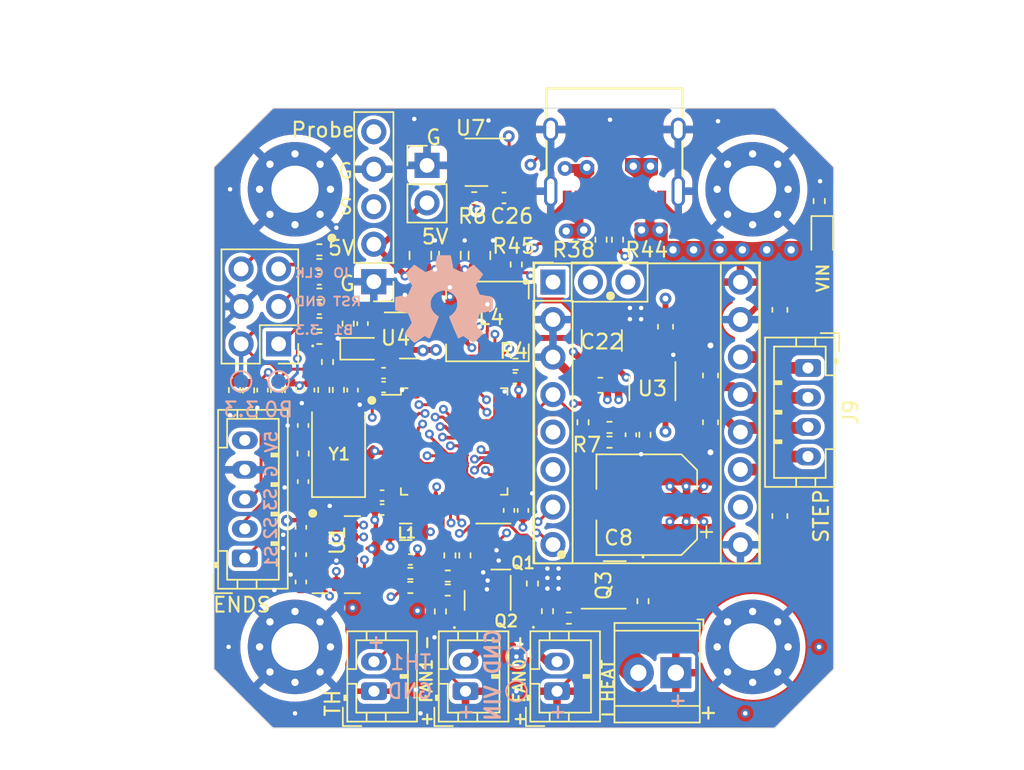
<source format=kicad_pcb>
(kicad_pcb (version 20221018) (generator pcbnew)
  (layers (0 "F.Cu" signal) (1 "In1.Cu" signal) (2 "In2.Cu" signal) (31 "B.Cu" power) (34 "B.Paste" user) (35 "F.Paste" user) (36 "B.SilkS" user "B.Silkscreen") (37 "F.SilkS" user "F.Silkscreen") (38 "B.Mask" user) (39 "F.Mask" user) (44 "Edge.Cuts" user))
  (net 0 "")
  (net 1 "GNDA")
  (net 2 "GND")
  (net 3 "ST_VS")
  (net 7 "+3V3")
  (net 8 "Net-(U5-PD1)")
  (net 9 "Net-(U5-PD0)")
  (net 10 "Net-(U3-SW)")
  (net 11 "Net-(U3-BOOT)")
  (net 12 "Net-(U3-FB)")
  (net 13 "Net-(U7-VIN)")
  (net 14 "Net-(D1-K)")
  (net 15 "AREF")
  (net 16 "THERM")
  (net 17 "Net-(D1-A)")
  (net 18 "ST_EN")
  (net 19 "HEATER")
  (net 20 "ST_STEP")
  (net 21 "ST_DIR")
  (net 22 "ST_DIAG")
  (net 23 "Net-(D2-K)")
  (net 24 "Net-(D2-A)")
  (net 25 "SWCLK")
  (net 26 "SWDIO")
  (net 27 "Net-(D3-K)")
  (net 28 "Net-(D3-A)")
  (net 29 "Net-(D5-K)")
  (net 30 "Net-(D6-K)")
  (net 31 "LED0")
  (net 32 "ST_UART_TX")
  (net 33 "ST_UART_RX")
  (net 34 "Net-(D8-K)")
  (net 35 "NRST")
  (net 36 "USBDM")
  (net 37 "USBDP")
  (net 38 "BOOT0")
  (net 39 "Net-(C21-Pad2)")
  (net 40 "Net-(J3-Pin_2)")
  (net 41 "FAN0")
  (net 42 "FAN1")
  (net 43 "Net-(J7-Pin_1)")
  (net 44 "Net-(J7-Pin_2)")
  (net 45 "Net-(J7-Pin_3)")
  (net 46 "BOOT1")
  (net 47 "PROBE_SERVO")
  (net 48 "PROBE")
  (net 49 "IO2")
  (net 50 "IO1")
  (net 51 "Net-(Q1-G)")
  (net 52 "Net-(Q2-G)")
  (net 53 "Net-(Q3-G)")
  (net 54 "ENDSTOP3")
  (net 55 "ENDSTOP1")
  (net 56 "ENDSTOP2")
  (net 57 "ASCL")
  (net 58 "ASDO")
  (net 59 "ACS")
  (net 60 "ASDI")
  (net 61 "AINT1")
  (net 62 "+5V")
  (net 63 "THERM2")
  (net 65 "DP")
  (net 66 "DM")
  (net 67 "ST_A1")
  (net 68 "ST_A2")
  (net 69 "ST_B1")
  (net 70 "ST_B2")
  (net 82 "Net-(U7-CC1)")
  (net 83 "Net-(U7-CC2)")
  (footprint "Capacitor_SMD:C_0402_1005Metric" (layer "F.Cu") (at 188.05 125.3 90)
    (fp_text reference "C12" hide)
    (fp_text value "22pF" hide)
  )
  (footprint "Resistor_SMD:R_0402_1005Metric" (layer "F.Cu") (at 195.315 131.525)
    (fp_text reference "R5" hide)
    (fp_text value "10k" hide)
  )
  (footprint "Crystal:Crystal_SMD_5032-2Pin_5.0x3.2mm" (layer "F.Cu") (at 190.45 123.3 90)
    (fp_text reference "Y1")
    (fp_text value "8Mhz" hide)
  )
  (footprint "Capacitor_SMD:C_0402_1005Metric" (layer "F.Cu") (at 193.5 118.9)
    (fp_text reference "C1" hide)
    (fp_text value "4.7uF" hide)
  )
  (footprint "Capacitor_SMD:C_0402_1005Metric" (layer "F.Cu") (at 202.4 118.3 180)
    (fp_text reference "C17" hide)
    (fp_text value "0.1uF" hide)
  )
  (footprint "Capacitor_SMD:C_0402_1005Metric" (layer "F.Cu") (at 189.15 113.6)
    (fp_text reference "C24" hide)
    (fp_text value "0.1uF" hide)
  )
  (footprint "Capacitor_SMD:C_0402_1005Metric" (layer "F.Cu") (at 188.05 121.5 -90)
    (fp_text reference "C13" hide)
    (fp_text value "22pF" hide)
  )
  (footprint "Resistor_SMD:R_0402_1005Metric" (layer "F.Cu") (at 189.15 109.6 180)
    (fp_text reference "R21" hide)
    (fp_text value "10k" hide)
  )
  (footprint "Package_QFP:LQFP-48_7x7mm_P0.5mm" (layer "F.Cu") (at 198.2836 122.5831)
    (fp_text reference "U5" hide)
    (fp_text value "STM32F103C8T6" hide)
  )
  (footprint "Capacitor_SMD:C_0402_1005Metric" (layer "F.Cu") (at 193.5 117.95)
    (fp_text reference "C18" hide)
    (fp_text value "0.1uF" hide)
  )
  (footprint "Inductor_SMD:L_0805_2012Metric" (layer "F.Cu") (at 195 128.7 180)
    (fp_text reference "L1")
    (fp_text value "22uH" hide)
  )
  (footprint "Resistor_SMD:R_0402_1005Metric" (layer "F.Cu") (at 189.15 110.6)
    (fp_text reference "R22" hide)
    (fp_text value "10k" hide)
  )
  (footprint "Connector_JST:JST_PH_B5B-PH-K_1x05_P2.00mm_Vertical" (layer "F.Cu") (at 184.1 130.5 90)
    (fp_text reference "J7" hide)
    (fp_text value "Endstop" hide)
  )
  (footprint "Capacitor_SMD:C_0402_1005Metric" (layer "F.Cu") (at 185.3 119.1 -90)
    (fp_text reference "C2" hide)
    (fp_text value "0.1uF" hide)
  )
  (footprint "Capacitor_SMD:C_0402_1005Metric" (layer "F.Cu") (at 201.996 127.254 90)
    (fp_text reference "C10" hide)
    (fp_text value "0.1uF" hide)
  )
  (footprint "Capacitor_SMD:C_0402_1005Metric" (layer "F.Cu") (at 202.946 127.254 90)
    (fp_text reference "C27" hide)
    (fp_text value "4.7uF" hide)
  )
  (footprint "Resistor_SMD:R_0402_1005Metric" (layer "F.Cu") (at 189.15 112.6)
    (fp_text reference "R1" hide)
    (fp_text value "10k" hide)
  )
  (footprint "Capacitor_SMD:C_0402_1005Metric" (layer "F.Cu") (at 189.15 111.6 180)
    (fp_text reference "C19" hide)
    (fp_text value "0.1uF" hide)
  )
  (footprint "Resistor_SMD:R_0402_1005Metric" (layer "F.Cu") (at 197.993 130.302 90)
    (fp_text reference "R8" hide)
    (fp_text value "10k" hide)
  )
  (footprint "LED_SMD:LED_0402_1005Metric" (layer "F.Cu") (at 203.65 134.08 90)
    (fp_text reference "D1" hide)
    (fp_text value "LEDGR" hide)
  )
  (footprint "LED_SMD:LED_0402_1005Metric" (layer "F.Cu") (at 211.074 131.5 -90)
    (fp_text reference "D3" hide)
    (fp_text value "LEDGR" hide)
  )
  (footprint "Package_TO_SOT_SMD:SOT-23" (layer "F.Cu") (at 201.45 129.7)
    (fp_text reference "Q1")
    (fp_text value "AO3400A" hide)
  )
  (footprint "Resistor_SMD:R_0402_1005Metric" (layer "F.Cu") (at 197.35 134.1 90)
    (fp_text reference "R14" hide)
    (fp_text value "10k" hide)
  )
  (footprint "Resistor_SMD:R_0402_1005Metric" (layer "F.Cu") (at 204.6 134.08 90)
    (fp_text reference "R13" hide)
    (fp_text value "10k" hide)
  )
  (footprint "Connector_JST:JST_PH_B2B-PH-K_1x02_P2.00mm_Vertical" (layer "F.Cu") (at 205.25 139.5 90)
    (fp_text reference "J4" hide)
    (fp_text value "FAN0" hide)
  )
  (footprint "MountingHole:MountingHole_3.2mm_M3_Pad_Via" (layer "F.Cu") (at 218.5 105.5)
    (fp_text reference "H2" hide)
    (fp_text value "MountingHole" hide)
  )
  (footprint "MountingHole:MountingHole_3.2mm_M3_Pad_Via" (layer "F.Cu") (at 218.5 136.5)
    (fp_text reference "H4" hide)
    (fp_text value "MountingHole" hide)
  )
  (footprint "Resistor_SMD:R_0402_1005Metric" (layer "F.Cu") (at 195.315 132.475 180)
    (fp_text reference "R2" hide)
    (fp_text value "2.2k 0.1%" hide)
  )
  (footprint "Connector_JST:JST_PH_B2B-PH-K_1x02_P2.00mm_Vertical" (layer "F.Cu") (at 192.85 139.5 90)
    (fp_text reference "J3" hide)
    (fp_text value "THERM")
  )
  (footprint "MountingHole:MountingHole_3.2mm_M3_Pad_Via" (layer "F.Cu") (at 187.5 136.5)
    (fp_text reference "H3" hide)
    (fp_text value "MountingHole" hide)
  )
  (footprint "Connector_PinHeader_2.54mm:PinHeader_2x03_P2.54mm_Vertical" (layer "F.Cu") (at 186.3885 115.976 180)
    (fp_text reference "J2" hide)
    (fp_text value "DBG" hide)
  )
  (footprint "MountingHole:MountingHole_3.2mm_M3_Pad_Via" (layer "F.Cu") (at 187.5 105.5)
    (fp_text reference "H1" hide)
    (fp_text value "Mounting" hide)
  )
  (footprint "LED_SMD:LED_0402_1005Metric" (layer "F.Cu") (at 198.3 134.1 90)
    (fp_text reference "D2" hide)
    (fp_text value "LEDGR" hide)
  )
  (footprint "Resistor_SMD:R_0402_1005Metric" (layer "F.Cu") (at 211.074 133.4 90)
    (fp_text reference "R15" hide)
    (fp_text value "10k" hide)
  )
  (footprint "Connector_JST:JST_PH_B2B-PH-K_1x02_P2.00mm_Vertical" (layer "F.Cu") (at 199.05 139.5 90)
    (fp_text reference "J5" hide)
    (fp_text value "FAN1" hide)
  )
  (footprint "Resistor_SMD:R_0402_1005Metric" (layer "F.Cu") (at 199.009 130.302 90)
    (fp_text reference "R34" hide)
    (fp_text value "22" hide)
  )
  (footprint "Resistor_SMD:R_0402_1005Metric" (layer "F.Cu") (at 189.7 117.2 90)
    (fp_text reference "R3" hide)
    (fp_text value "470" hide)
  )
  (footprint "Resistor_SMD:R_0402_1005Metric" (layer "F.Cu") (at 189.15 114.6 180)
    (fp_text reference "R37" hide)
    (fp_text value "10k" hide)
  )
  (footprint "Resistor_SMD:R_0402_1005Metric" (layer "F.Cu") (at 189.15 115.6 180)
    (fp_text reference "R23" hide)
    (fp_text value "10k" hide)
  )
  (footprint "Huvud:DFN-8-1EP_3x3mm_P0.65mm_EP1.7x2.05mm" (layer "F.Cu") (at 208.407 132.3)
    (fp_text reference "Q3")
    (fp_text value "AON7524" hide)
  )
  (footprint "Resistor_SMD:R_0402_1005Metric" (layer "F.Cu") (at 206.05 134.55)
    (fp_text reference "R28" hide)
    (fp_text value "22" hide)
  )
  (footprint "Capacitor_SMD:C_1210_3225Metric" (layer "F.Cu") (at 208.28 115.746 -90)
    (fp_text reference "C22")
    (fp_text value "10uF/35V" hide)
  )
  (footprint "Capacitor_SMD:C_0805_2012Metric" (layer "F.Cu") (at 197.993 109.982 90)
    (fp_text reference "C32" hide)
    (fp_text value "22uF" hide)
  )
  (footprint "Package_TO_SOT_SMD:SOT-23-6" (layer "F.Cu") (at 211.709 118.999 -90)
    (fp_text reference "U3")
    (fp_text value "TPS54202" hide)
  )
  (footprint "Capacitor_SMD:C_0805_2012Metric" (layer "F.Cu") (at 195.993 109.982 90)
    (fp_text reference "C15" hide)
    (fp_text value "22uF" hide)
  )
  (footprint "Capacitor_SMD:C_0805_2012Metric" (layer "F.Cu") (at 199.993 109.982 90)
    (fp_text reference "C14" hide)
    (fp_text value "22uF" hide)
  )
  (footprint "Capacitor_SMD:C_0603_1608Metric" (layer "F.Cu") (at 208.18 118.776 180)
    (fp_text reference "C16" hide)
    (fp_text value "0.1uF/35V" hide)
  )
  (footprint "Capacitor_SMD:C_0603_1608Metric" (layer "F.Cu") (at 212.598 114.808 90)
    (fp_text reference "C20" hide)
    (fp_text value "0.1uF/35V" hide)
  )
  (footprint "Resistor_SMD:R_0402_1005Metric" (layer "F.Cu") (at 183.4 119.1 90)
    (fp_text reference "R19" hide)
    (fp_text value "10k" hide)
  )
  (footprint "Resistor_SMD:R_0402_1005Metric" (layer "F.Cu") (at 208.804 122.629 180)
    (fp_text reference "R29" hide)
    (fp_text value "2.2k" hide)
  )
  (footprint "Capacitor_SMD:C_0402_1005Metric" (layer "F.Cu") (at 210.254 122.129 -90)
    (fp_text reference "C21" hide)
    (fp_text value "68pF" hide)
  )
  (footprint "Resistor_SMD:R_0402_1005Metric" (layer "F.Cu") (at 211.204 122.129 90)
    (fp_text reference "R41" hide)
    (fp_text value "13.7k" hide)
  )
  (footprint "Resistor_SMD:R_0402_1005Metric" (layer "F.Cu") (at 208.804 121.629 180)
    (fp_text reference "R40" hide)
    (fp_text value "100k" hide)
  )
  (footprint "Inductor_SMD:L_Sunlord_MWSA0518_5.4x5.2mm" (layer "F.Cu") (at 200.533 114.45 180)
    (fp_text reference "L4")
    (fp_text value "10uH/max 145mOhm 2A" hide)
  )
  (footprint "Resistor_SMD:R_0402_1005Metric" (layer "F.Cu") (at 191.1 114.6 90)
    (fp_text reference "R20" hide)
    (fp_text value "470" hide)
  )
  (footprint "Huvud:TerminalBlock_TE_282834-2_1x02_P2.54mm_Horizontal" (layer "F.Cu") (at 213.3 138.25 180)
    (fp_text reference "J6" hide)
    (fp_text value "Heater" hide)
  )
  (footprint "Capacitor_SMD:CP_Elec_6.3x5.8" (layer "F.Cu") (at 211.328 126.866 180)
    (fp_text reference "C8")
    (fp_text value "100uF/35V" hide)
  )
  (footprint "LED_SMD:LED_0402_1005Metric" (layer "F.Cu") (at 188.7 117.2 -90)
    (fp_text reference "D5" hide)
    (fp_text value "LEDGR" hide)
  )
  (footprint "Capacitor_SMD:C_0402_1005Metric" (layer "F.Cu") (at 193.4 127.2)
    (fp_text reference "C11" hide)
    (fp_text value "0.1uF" hide)
  )
  (footprint "NetTie:NetTie-2_SMD_Pad0.5mm" (layer "F.Cu") (at 191.45 126.95)
    (fp_text reference "NT1" hide)
    (fp_text value "Net-Tie_2" hide)
  )
  (footprint "Capacitor_SMD:C_0402_1005Metric" (layer "F.Cu") (at 193.4 126.25)
    (fp_text reference "C23" hide)
    (fp_text value "4.7uF" hide)
  )
  (footprint "Capacitor_SMD:C_0402_1005Metric" (layer "F.Cu") (at 195.315 130.575 180)
    (fp_text reference "C25" hide)
    (fp_text value "0.1uF" hide)
  )
  (footprint "LED_SMD:LED_0603_1608Metric" (layer "F.Cu") (at 223.212 108.799 -90)
    (fp_text reference "D6" hide)
    (fp_text value "LEDRED" hide)
  )
  (footprint "Capacitor_SMD:C_0402_1005Metric" (layer "F.Cu") (at 191.4 119.1 -90)
    (fp_text reference "C30" hide)
    (fp_text value "0.1uF" hide)
  )
  (footprint "Capacitor_SMD:C_0402_1005Metric" (layer "F.Cu") (at 188.45 119.1 -90)
    (fp_text reference "C31" hide)
    (fp_text value "0.1uF" hide)
  )
  (footprint "Resistor_SMD:R_0402_1005Metric" (layer "F.Cu") (at 189.45 119.09 -90)
    (fp_text reference "R32" hide)
    (fp_text value "10k" hide)
  )
  (footprint "Resistor_SMD:R_0402_1005Metric" (layer "F.Cu") (at 190.44 119.09 90)
    (fp_text reference "R33" hide)
    (fp_text value "10k" hide)
  )
  (footprint "Resistor_SMD:R_0402_1005Metric" (layer "F.Cu") (at 186.25 119.1 90)
    (fp_text reference "R42" hide)
    (fp_text value "10k" hide)
  )
  (footprint "Resistor_SMD:R_0402_1005Metric" (layer "F.Cu") (at 187.2 119.1 90)
    (fp_text reference "R43" hide)
    (fp_text value "10k" hide)
  )
  (footprint "Package_LGA:LGA-14_3x5mm_P0.8mm_LayoutBorder1x6y" (layer "F.Cu") (at 190.3 130.25)
    (fp_text reference "U1")
    (fp_text value "ADXL345" hide)
  )
  (footprint "Capacitor_SMD:C_0402_1005Metric" (layer "F.Cu") (at 192.0748 114.6 -90)
    (fp_text reference "C33" hide)
    (fp_text value "4.7uF" hide)
  )
  (footprint "LED_SMD:LED_0603_1608Metric" (layer "F.Cu") (at 192.05 116.3)
    (fp_text reference "D8" hide)
    (fp_text value "LEDRED" hide)
  )
  (footprint "Capacitor_SMD:C_0402_1005Metric" (layer "F.Cu") (at 187.9 128.4 90)
    (fp_text reference "C34" hide)
    (fp_text value "0.1uF" hide)
  )
  (footprint "Package_TO_SOT_SMD:SOT-23" (layer "F.Cu") (at 195.25 115.4)
    (fp_text reference "U4")
    (fp_text value "XC6206PxxxMR" hide)
  )
  (footprint "Package_TO_SOT_SMD:SOT-23" (layer "F.Cu") (at 200.55 133.35 -90)
    (fp_text reference "Q2")
    (fp_text value "AO3400A" hide)
  )
  (footprint "Resistor_SMD:R_0402_1005Metric" (layer "F.Cu") (at 197.85 131.7 180)
    (fp_text reference "R10" hide)
    (fp_text value "10k" hide)
  )
  (footprint "Resistor_SMD:R_0402_1005Metric" (layer "F.Cu") (at 197.85 132.65)
    (fp_text reference "R35" hide)
    (fp_text value "22" hide)
  )
  (footprint "Resistor_SMD:R_0402_1005Metric" (layer "F.Cu") (at 188.05 123.4 90)
    (fp_text reference "R9" hide)
    (fp_text value "1M" hide)
  )
  (footprint "Capacitor_SMD:C_0402_1005Metric" (layer "F.Cu") (at 196.215 113.03)
    (fp_text reference "C35" hide)
    (fp_text value "4.7uF" hide)
  )
  (footprint "Resistor_SMD:R_0402_1005Metric" (layer "F.Cu") (at 203.581 132.207 -90)
    (fp_text reference "R12" hide)
    (fp_text value "10k" hide)
  )
  (footprint "Capacitor_SMD:C_0603_1608Metric" (layer "F.Cu") (at 215.646 118.11 -90)
    (fp_text reference "C37" hide)
    (fp_text value "470pF/100V")
  )
  (footprint "Capacitor_SMD:C_0603_1608Metric" (layer "F.Cu") (at 220.345 113.665 -90)
    (fp_text reference "C38" hide)
    (fp_text value "470pF/100V")
  )
  (footprint "Capacitor_SMD:C_0603_1608Metric" (layer "F.Cu") (at 215.646 121.285 90)
    (fp_text reference "C39" hide)
    (fp_text value "470pF/100V")
  )
  (footprint "Capacitor_SMD:C_0603_1608Metric" (layer "F.Cu") (at 220.345 127.635 90)
    (fp_text reference "C40" hide)
    (fp_text value "470pF/100V")
  )
  (footprint "Resistor_SMD:R_0402_1005Metric" (layer "F.Cu") (at 223.012 106.299 90)
    (fp_text reference "R11" hide)
    (fp_text value "10k" hide)
  )
  (footprint "Capacitor_SMD:C_0402_1005Metric" (layer "F.Cu") (at 187.9 130.25 -90)
    (fp_text reference "C41" hide)
    (fp_text value "4.7uF" hide)
  )
  (footprint "Resistor_SMD:R_0402_1005Metric" (layer "F.Cu") (at 209.3468 108.9152 90)
    (fp_text reference "R44")
    (fp_text value "22")
  )
  (footprint "Connector_PinHeader_2.54mm:PinHeader_1x05_P2.54mm_Vertical" (layer "F.Cu") (at 192.8368 111.76 180)
    (fp_text reference "J10" hide)
    (fp_text value "Probe")
  )
  (footprint "Capacitor_SMD:C_0402_1005Metric" (layer "F.Cu") (at 201.6596 106.0844)
    (fp_text reference "C26")
    (fp_text value "1uF")
  )
  (footprint "Resistor_SMD:R_0402_1005Metric" (layer "F.Cu") (at 202.4888 110.5916 -90)
    (fp_text reference "R45")
    (fp_text value "2.2k")
  )
  (footprint "Resistor_SMD:R_0402_1005Metric" (layer "F.Cu") (at 207.01 121.285 90)
    (fp_text reference "R7")
    (fp_text value "1k")
  )
  (footprint "Resistor_SMD:R_0402_1005Metric" (layer "F.Cu") (at 184.3532 119.126 90)
    (fp_text reference "R25" hide)
    (fp_text value "10k")
  )
  (footprint "Huvud:HEADER_TMC2209_BIGTREETECH_1" (layer "F.Cu") (at 211.323 120.6755 180)
    (fp_text reference "J1" hide)
    (fp_text value "TMC2209_BIGTREETECH_V1.2_HEADER_1")
  )
  (footprint "Huvud:HEADER_TMC2209_BIGTREETECH_3" (layer "F.Cu") (at 211.323 120.6755 180)
    (fp_text reference "J11" hide)
    (fp_text value "TMC2209_BIGTREETECH_V1.2_HEADER_3")
  )
  (footprint "Resistor_SMD:R_0402_1005Metric" (layer "F.Cu") (at 202.438 117.348)
    (fp_text reference "R4")
    (fp_text value "22k")
  )
  (footprint "Connector_PinHeader_2.54mm:PinHeader_1x02_P2.54mm_Vertical" (layer "F.Cu") (at 196.4436 103.881)
    (fp_text reference "J12" hide)
    (fp_text value "5V")
  )
  (footprint "Capacitor_SMD:C_0402_1005Metric" (layer "F.Cu") (at 187.9 132.1 -90)
    (fp_text reference "C42" hide)
    (fp_text value "0.1uF" hide)
  )
  (footprint "Resistor_SMD:R_0402_1005Metric" (layer "F.Cu") (at 199.644 106.0704)
    (fp_text reference "R6")
    (fp_text value "10")
  )
  (footprint "Package_DFN_QFN:DFN-10-1EP_3x3mm_P0.5mm_EP1.7x2.5mm" (layer "F.Cu") (at 200.5398 103.6674 180)
    (fp_text reference "U7")
    (fp_text value "HUSB238")
  )
  (footprint "Huvud:HEADER_TMC2209_BIGTREETECH_2" (layer "F.Cu") (at 211.323 120.6905 180)
    (fp_text reference "J8" hide)
    (fp_text value "TMC2209_BIGTREETECH_V1.2_HEADER_2")
  )
  (footprint "Huvud:MODULE_TMC2209_BIGTREETECH" (layer "F.Cu") (at 211.323 120.6755 180)
    (fp_text reference "U6" hide)
    (fp_text value "TMC2209_BIGTREETECH_V1.2_MODULE")
  )
  (footprint "Resistor_SMD:R_0402_1005Metric" (layer "F.Cu") (at 208.2292 108.9152 90)
    (fp_text reference "R38")
    (fp_text value "22")
  )
  (footprint "PD-Injector_SMD:USB_C_Receptacle_GT-USB-7010" (layer "F.Cu") (at 209.1416 103.3176 180)
    (fp_text reference "USB-C1" hide)
    (fp_text value "USB-C USB2.0 PD")
  )
  (footprint "Connector_JST:JST_PH_B4B-PH-K_1x04_P2.00mm_Vertical" (layer "F.Cu") (at 222.25 117.602 -90)
    (fp_text reference "J9")
    (fp_text value "STEPPER")
  )
  (footprint "TestPoint:TestPoint_Pad_D1.0mm" (layer "B.Cu") (at 186.3885 118.516)
    (fp_text reference "TP1" hide)
    (fp_text value "TestPoint")
  )
  (footprint "TestPoint:TestPoint_Pad_D1.0mm" (layer "B.Cu") (at 183.8485 118.516)
    (fp_text reference "TP6" hide)
    (fp_text value "TestPoint")
  )
  (footprint "TestPoint:TestPoint_Pad_D1.0mm" (layer "B.Cu") (at 202.5 139.5)
    (fp_text reference "VIN1" hide)
    (fp_text value "TestPoint")
  )
  (footprint "TestPoint:TestPoint_Pad_D1.0mm" (layer "B.Cu") (at 202.5 137.16)
    (fp_text reference "GND2" hide)
    (fp_text value "TestPoint")
  )
  (footprint "Symbol:OSHW-Symbol_6.7x6mm_SilkScreen" (layer "B.Cu") (at 197.6 112.95 180)
    (fp_text reference "LOGO1" hide)
    (fp_text value "Logo_Open_Hardware_Small" hide)
  )
  (gr_circle (center 190 108.8) (end 190.15 108.8) (stroke (width 0.3)) (fill none) (layer "F.SilkS"))
  (gr_circle (center 208.87 112.72) (end 209.02 112.72) (stroke (width 0.3)) (fill none) (layer "F.SilkS"))
  (gr_circle (center 205.55 130.25) (end 205.7 130.25) (stroke (width 0.3)) (fill none) (layer "F.SilkS"))
  (gr_circle (center 188.7 127.45) (end 188.85 127.45) (stroke (width 0.3)) (fill none) (layer "F.SilkS"))
  (gr_circle (center 192.7 119.8) (end 192.85 119.8) (stroke (width 0.3)) (fill none) (layer "F.SilkS"))
  (gr_line (start 224 104) (end 224 138) (stroke (width 0.05)) (layer "Edge.Cuts"))
  (gr_line (start 186.0132 100) (end 220 100) (stroke (width 0.05)) (layer "Edge.Cuts"))
  (gr_line (start 186 142) (end 182 138) (stroke (width 0.05)) (layer "Edge.Cuts"))
  (gr_line (start 220 100) (end 224 104) (stroke (width 0.05)) (layer "Edge.Cuts"))
  (gr_line (start 182 104) (end 186.0132 100) (stroke (width 0.05)) (layer "Edge.Cuts"))
  (gr_line (start 182 138) (end 182 104) (stroke (width 0.05)) (layer "Edge.Cuts"))
  (gr_line (start 220 142) (end 224 138) (stroke (width 0.05)) (layer "Edge.Cuts"))
  (gr_line (start 220 142) (end 186 142) (stroke (width 0.05)) (layer "Edge.Cuts"))
  (gr_text "CLK\n\nGND\n\n3.3" (at 187.4 113.1) (layer "B.SilkS") (effects (font (size 0.6 0.7) (thickness 0.13)) (justify right mirror)))
  (gr_text "IO\n\nRST\n\nB1" (at 190 113.1) (layer "B.SilkS") (effects (font (size 0.6 0.7) (thickness 0.13)) (justify right mirror)))
  (gr_text "5V" (at 185.9 122.6 90) (layer "B.SilkS") (effects (font (size 0.8 0.8)) (justify mirror)))
  (gr_text "3.3" (at 183.8485 120.421) (layer "B.SilkS") (effects (font (size 1 1)) (justify mirror)))
  (gr_text "S1" (at 185.9 130.4 90) (layer "B.SilkS") (effects (font (size 0.8 0.8)) (justify mirror)))
  (gr_text "G" (at 185.9 124.6 90) (layer "B.SilkS") (effects (font (size 0.8 0.8)) (justify mirror)))
  (gr_text "+" (at 192.278 136.144) (layer "B.SilkS") (effects (font (size 1 1)) (justify right mirror)))
  (gr_text "GND VIN" (at 200.9 138.4 90) (layer "B.SilkS") (effects (font (size 1 1) (thickness 0.2)) (justify mirror)))
  (gr_text "GND" (at 195.3 139.5) (layer "B.SilkS") (effects (font (size 1 1)) (justify mirror)))
  (gr_text "B0" (at 186.3885 120.421) (layer "B.SilkS") (effects (font (size 1 1)) (justify mirror)))
  (gr_text "+" (at 204.597 140.843) (layer "B.SilkS") (effects (font (size 1 1)) (justify right mirror)))
  (gr_text "TH1" (at 193.85 137.55) (layer "B.SilkS") (effects (font (size 1 1)) (justify right mirror)))
  (gr_text "S3" (at 185.85 126.5 90) (layer "B.SilkS") (effects (font (size 0.8 0.8)) (justify mirror)))
  (gr_text "+" (at 198.374 140.843) (layer "B.SilkS") (effects (font (size 1 1)) (justify right mirror)))
  (gr_text "+" (at 212.725 140.081) (layer "B.SilkS") (effects (font (size 1 1)) (justify right mirror)))
  (gr_text "S2" (at 185.85 128.45 90) (layer "B.SilkS") (effects (font (size 0.8 0.8)) (justify mirror)))
  (gr_text "HEAT" (at 208.7 138.8 90) (layer "F.SilkS") (effects (font (size 0.8 0.8))))
  (gr_text "+ FAN0 -" (at 202.7 138.8 90) (layer "F.SilkS") (effects (font (size 0.8 0.8))))
  (gr_text "STEP" (at 223.139 127.635 90) (layer "F.SilkS") (effects (font (size 1 1))))
  (gr_text "VIN" (at 223.266 111.506 90) (layer "F.SilkS") (effects (font (size 0.8 0.8))))
  (gr_text "+" (at 215.5 140.9) (layer "F.SilkS") (effects (font (size 1 1))))
  (gr_text "5V" (at 191.643 109.474) (layer "F.SilkS") (effects (font (size 1 1)) (justify right)))
  (gr_text "+ FAN1 -" (at 196.4 138.8 90) (layer "F.SilkS") (effects (font (size 0.8 0.8))))
  (gr_text "-" (at 208.7 141) (layer "F.SilkS") (effects (font (size 1 1))))
  (gr_text "5V" (at 197.993 108.712) (layer "F.SilkS") (effects (font (size 1 1)) (justify right)))
  (gr_text "ENDS" (at 183.9 133.65) (layer "F.SilkS") (effects (font (size 1 1))))
  (gr_text "S" (at 191.516 106.68) (layer "F.SilkS") (effects (font (size 1 1)) (justify right)))
  (gr_text "G" (at 191.516 104.267) (layer "F.SilkS") (effects (font (size 1 1)) (justify right)))
  (gr_text "G" (at 191.643 111.887) (layer "F.SilkS") (effects (font (size 1 1)) (justify right)))
  (gr_text "TH" (at 190.05 140.3 90) (layer "F.SilkS") (effects (font (size 1 1))))
  (gr_text "G" (at 197.485 101.981) (layer "F.SilkS") (effects (font (size 1 1)) (justify right)))
  (gr_text "Probe" (at 191.643 101.473) (layer "F.SilkS") (effects (font (size 1 1)) (justify right)))
  (segment (start 192.915 127.885) (end 192.9 127.9) (width 0.2) (layer "F.Cu") (net 1))
  (segment (start 192.2 127.2) (end 191.95 126.95) (width 0.2) (layer "F.Cu") (net 1))
  (segment (start 192.57299 123.570662) (end 192.912552 123.2311) (width 0.25) (layer "F.Cu") (net 1))
  (segment (start 192.57299 123.570662) (end 192.57299 125.90799) (width 0.25) (layer "F.Cu") (net 1))
  (segment (start 192.92 127.2) (end 192.2 127.2) (width 0.2) (layer "F.Cu") (net 1))
  (segment (start 192.915 127.2) (end 192.915 127.885) (width 0.2) (layer "F.Cu") (net 1))
  (segment (start 195.8 130.575) (end 195.8 129.85) (width 0.3) (layer "F.Cu") (net 1))
  (segment (start 194.1211 123.3331) (end 193.014552 123.3331) (width 0.3) (layer "F.Cu") (net 1))
  (segment (start 192.915 127.2) (end 192.915 126.25) (width 0.2) (layer "F.Cu") (net 1))
  (segment (start 192.57299 125.90799) (end 192.915 126.25) (width 0.25) (layer "F.Cu") (net 1))
  (via (at 192.9 127.9) (size 0.6) (drill 0.3) (layers "F.Cu" "B.Cu") (net 1))
  (via (at 195.7 139.4) (size 0.6) (drill 0.3) (layers "F.Cu" "B.Cu") (net 1))
  (via (at 195.8 134.05) (size 0.6) (drill 0.3) (layers "F.Cu" "B.Cu") (net 1))
  (via (at 192.6985 129.85) (size 0.6) (drill 0.3) (layers "F.Cu" "B.Cu") (net 1))
  (via (at 191.4 133.85) (size 0.6) (drill 0.3) (layers "F.Cu" "B.Cu") (net 1))
  (via (at 192.912552 123.2311) (size 0.6) (drill 0.3) (layers "F.Cu" "B.Cu") (net 1))
  (via (at 195.8 129.85) (size 0.6) (drill 0.3) (layers "F.Cu" "B.Cu") (net 1))
  (segment (start 194.75 119.1) (end 194.55 118.9) (width 0.3) (layer "F.Cu") (net 2))
  (segment (start 201.7 119.2) (end 201.43159 119.46841) (width 0.3) (layer "F.Cu") (net 2))
  (segment (start 188.065 129.05) (end 187.9 128.885) (width 0.3) (layer "F.Cu") (net 2))
  (segment (start 185.3 119.585) (end 185.3 119.95) (width 0.2) (layer "F.Cu") (net 2))
  (segment (start 203.96 131.318) (end 203.581 131.697) (width 0.2) (layer "F.Cu") (net 2))
  (segment (start 190.299989 130.65) (end 190.299989 130.571142) (width 0.3) (layer "F.Cu") (net 2))
  (segment (start 196.0336 118.4206) (end 196.0336 119.2664) (width 0.3) (layer "F.Cu") (net 2))
  (segment (start 195.735 113.03) (end 195.326 113.03) (width 0.2) (layer "F.Cu") (net 2))
  (segment (start 201.43159 119.46841) (end 201.43159 120.05609) (width 0.3) (layer "F.Cu") (net 2))
  (segment (start 200 132) (end 200.125738 132) (width 0.35) (layer "F.Cu") (net 2))
  (segment (start 200.45 130.65) (end 201.3 130.65) (width 0.35) (layer "F.Cu") (net 2))
  (segment (start 195.326 113.03) (end 194.945 112.649) (width 0.2) (layer "F.Cu") (net 2))
  (segment (start 189.3 130.65) (end 190.299989 130.65) (width 0.3) (layer "F.Cu") (net 2))
  (segment (start 206.8835 118.776) (end 207.405 118.776) (width 0.6) (layer "F.Cu") (net 2))
  (segment (start 205.375 131.325) (end 205.35 131.35) (width 0.35) (layer "F.Cu") (net 2))
  (segment (start 215.646 122.06) (end 215.646 123.317) (width 0.4) (layer "F.Cu") (net 2))
  (segment (start 190.299989 130.571142) (end 191.021131 129.85) (width 0.3) (layer "F.Cu") (net 2))
  (segment (start 189.635 115.6) (end 190.392232 115.6) (width 0.25) (layer "F.Cu") (net 2))
  (segment (start 191.6 119.88) (end 191.81129 120.09129) (width 0.2) (layer "F.Cu") (net 2))
  (segment (start 203.299 126.774) (end 203.5675 126.5055) (width 0.3) (layer "F.Cu") (net 2))
  (segment (start 206.957 131.975) (end 205.375 131.975) (width 0.35) (layer "F.Cu") (net 2))
  (segment (start 217.9065 114.3255) (end 219.342 112.89) (width 0.4) (layer "F.Cu") (net 2))
  (segment (start 196.0336 119.2664) (end 195.777001 119.522999) (width 0.3) (layer "F.Cu") (net 2))
  (segment (start 215.646 117.335) (end 215.646 116.078) (width 0.4) (layer "F.Cu") (net 2))
  (segment (start 201.254403 125.7311) (end 201.996 126.472697) (width 0.3) (layer "F.Cu") (net 2))
  (segment (start 209.452 114.271) (end 210.185 113.538) (width 0.4) (layer "F.Cu") (net 2))
  (segment (start 220.345 128.41) (end 219.215 129.54) (width 0.4) (layer "F.Cu") (net 2))
  (segment (start 186.885 125.785) (end 188.05 125.785) (width 0.25) (layer "F.Cu") (net 2))
  (segment (start 201.915 118.3) (end 201.915 118.985) (width 0.3) (layer "F.Cu") (net 2))
  (segment (start 204.597 131.95) (end 204.597 131.349998) (width 0.2) (layer "F.Cu") (net 2))
  (segment (start 211.204 123.18) (end 210.94 123.444) (width 0.25) (layer "F.Cu") (net 2))
  (segment (start 199.65 132.35) (end 199.85 132.15) (width 0.35) (layer "F.Cu") (net 2))
  (segment (start 206.957 131.325) (end 205.375 131.325) (width 0.35) (layer "F.Cu") (net 2))
  (segment (start 205.7916 106.6284) (end 204.851 107.569) (width 0.6) (layer "F.Cu") (net 2))
  (segment (start 188.0485 119.9865) (end 188.45 119.585) (width 0.2) (layer "F.Cu") (net 2))
  (segment (start 204.718 131.318) (end 203.96 131.318) (width 0.2) (layer "F.Cu") (net 2))
  (segment (start 200.45 130.65) (end 201.057878 130.042122) (width 0.35) (layer "F.Cu") (net 2))
  (segment (start 199.9 132.6) (end 200.075736 132.6) (width 0.35) (layer "F.Cu") (net 2))
  (segment (start 189.635 110.6) (end 189.635 111.6) (width 0.25) (layer "F.Cu") (net 2))
  (segment (start 201.915 118.985) (end 201.7 119.2) (width 0.3) (layer "F.Cu") (net 2))
  (segment (start 195.777001 119.522999) (end 195.172999 119.522999) (width 0.3) (layer "F.Cu") (net 2))
  (segment (start 204.75 131.95) (end 205.35 131.95) (width 0.2) (layer "F.Cu") (net 2))
  (segment (start 204.718 131.318) (end 204.75 131.35) (width 0.2) (layer "F.Cu") (net 2))
  (segment (start 189.635 114.6) (end 189.635 115.6) (width 0.25) (layer "F.Cu") (net 2))
  (segment (start 189.3 129.05) (end 188.065 129.05) (width 0.3) (layer "F.Cu") (net 2))
  (segment (start 193.985 117.95) (end 193.985 118.9) (width 0.4) (layer "F.Cu") (net 2))
  (segment (start 189.635 110.28) (end 189.635 110.6) (width 0.2) (layer "F.Cu") (net 2))
  (segment (start 189.65 110.265) (end 189.635 110.28) (width 0.2) (layer "F.Cu") (net 2))
  (segment (start 198.95 131.7) (end 199.6 132.35) (width 0.2) (layer "F.Cu") (net 2))
  (segment (start 200.5336 126.0081) (end 200.8106 125.7311) (width 0.3) (layer "F.Cu") (net 2))
  (segment (start 182.6 114.6845) (end 182.6 117.4) (width 0.35) (layer "F.Cu") (net 2))
  (segment (start 191.81129 120.09129) (end 191.88166 120.09129) (width 0.2) (layer "F.Cu") (net 2))
  (segment (start 190.12 114.115) (end 189.635 114.6) (width 0.25) (layer "F.Cu") (net 2))
  (segment (start 189.13 131.62) (end 189.3 131.45) (width 0.3) (layer "F.Cu") (net 2))
  (segment (start 188.05 121.015) (end 187.485 121.015) (width 0.25) (layer "F.Cu") (net 2))
  (segment (start 198.25 130.785) (end 198.25 131.615) (width 0.2) (layer "F.Cu") (net 2))
  (segment (start 210.185 113.538) (end 210.947 113.538) (width 0.4) (layer "F.Cu") (net 2))
  (segment (start 199.85 132.15) (end 199.85 131.84999) (width 0.35) (layer "F.Cu") (net 2))
  (segment (start 210.947 114.3) (end 210.185 114.3) (width 0.4) (layer "F.Cu") (net 2))
  (segment (start 189.635 113.6) (end 189.635 114.6) (width 0.25) (layer "F.Cu") (net 2))
  (segment (start 200.125738 132) (end 200.550002 132) (width 0.35) (layer "F.Cu") (net 2))
  (segment (start 219.342 112.89) (end 220.345 112.89) (width 0.4) (layer "F.Cu") (net 2))
  (segment (start 206.957 131.325) (end 206.957 131.975) (width 0.35) (layer "F.Cu") (net 2))
  (segment (start 199.65 132.35) (end 199.9 132.6) (width 0.35) (layer "F.Cu") (net 2))
  (segment (start 201.996 126.472697) (end 201.996 126.774) (width 0.3) (layer "F.Cu") (net 2))
  (segment (start 206.957 132.625) (end 205.425 132.625) (width 0.35) (layer "F.Cu") (net 2))
  (segment (start 189.635 109.6) (end 189.635 110.6) (width 0.25) (layer "F.Cu") (net 2))
  (segment (start 206.957 131.975) (end 206.957 132.625) (width 0.35) (layer "F.Cu") (net 2))
  (segment (start 200.45 130.65) (end 201.15 129.95) (width 0.35) (layer "F.Cu") (net 2))
  (segment (start 186.7 129.8) (end 186.73 129.77) (width 0.3) (layer "F.Cu") (net 2))
  (segment (start 187.22 131.62) (end 187.2 131.6) (width 0.3) (layer "F.Cu") (net 2))
  (segment (start 201.7086 120.3331) (end 202.4461 120.3331) (width 0.3) (layer "F.Cu") (net 2))
  (segment (start 204.973 116.8655) (end 206.8835 118.776) (width 0.6) (layer "F.Cu") (net 2))
  (segment (start 204.75 132.54599) (end 205.34599 132.54599) (width 0.2) (layer "F.Cu") (net 2))
  (segment (start 201.43159 120.05609) (end 201.7086 120.3331) (width 0.3) (layer "F.Cu") (net 2))
  (segment (start 185.3 119.95) (end 184.95 120.3) (width 0.2) (layer "F.Cu") (net 2))
  (segment (start 186.715 128.885) (end 187.9 128.885) (width 0.3) (layer "F.Cu") (net 2))
  (segment (start 187.96 119.9865) (end 188.0485 119.9865) (width 0.2) (layer "F.Cu") (net 2))
  (segment (start 194.55 118.9) (end 194.28 118.9) (width 0.3) (layer "F.Cu") (net 2))
  (segment (start 191.6 119.585) (end 191.6 119.88) (width 0.2) (layer "F.Cu") (net 2))
  (segment (start 187.9 131.62) (end 187.22 131.62) (width 0.3) (layer "F.Cu") (net 2))
  (segment (start 200.075736 132.6) (end 200.5 132.6) (width 0.35) (layer "F.Cu") (net 2))
  (segment (start 205.35 131.35) (end 204.75 131.35) (width 0.2) (layer "F.Cu") (net 2))
  (segment (start 187.9 131.62) (end 189.13 131.62) (width 0.3) (layer "F.Cu") (net 2))
  (segment (start 186.8 125.7) (end 186.885 125.785) (width 0.25) (layer "F.Cu") (net 2))
  (segment (start 183.8485 113.436) (end 182.6 112.1875) (width 0.35) (layer "F.Cu") (net 2))
  (segment (start 211.204 122.614) (end 211.204 123.18) (width 0.25) (layer "F.Cu") (net 2))
  (segment (start 199.85 132.15) (end 200 132) (width 0.35) (layer "F.Cu") (net 2))
  (segment (start 201.996 126.774) (end 203.299 126.774) (width 0.3) (layer "F.Cu") (net 2))
  (segment (start 200.8106 125.7311) (end 201.254403 125.7311) (width 0.3) (layer "F.Cu") (net 2))
  (segment (start 200.5336 126.7456) (end 200.5336 126.0081) (width 0.3) (layer "F.Cu") (net 2))
  (segment (start 187.485 121.015) (end 187 121.5) (width 0.25) (layer "F.Cu") (net 2))
  (segment (start 219.215 129.54) (end 217.7135 129.54) (width 0.4) (layer "F.Cu") (net 2))
  (segment (start 189.3 130.65) (end 189.3 131.45) (width 0.3) (layer "F.Cu") (net 2))
  (segment (start 204.597 131.95) (end 204.597 132.54599) (width 0.2) (layer "F.Cu") (net 2))
  (segment (start 190.95 126.95) (end 189.85 126.95) (width 0.3) (layer "F.Cu") (net 2))
  (segment (start 205.375 131.975) (end 205.35 131.95) (width 0.35) (layer "F.Cu") (net 2))
  (segment (start 200.35 131.45) (end 200.24999 131.45) (width 0.3) (layer "F.Cu") (net 2))
  (segment (start 203.5675 126.5055) (end 203.5675 126.0975) (width 0.3) (layer "F.Cu") (net 2))
  (segment (start 203.45 126.215) (end 203.5675 126.0975) (width 0.3) (layer "F.Cu") (net 2))
  (segment (start 186.73 129.77) (end 187.9 129.77) (width 0.3) (layer "F.Cu") (net 2))
  (segment (start 186.7 128.9) (end 186.715 128.885) (width 0.3) (layer "F.Cu") (net 2))
  (segment (start 189.635 109.6) (end 189.635 108.765) (width 0.2) (layer "F.Cu") (net 2))
  (segment (start 205.34599 132.54599) (end 205.35 132.55) (width 0.2) (layer "F.Cu") (net 2))
  (segment (start 194.28 118.9) (end 193.985 118.9) (width 0.3) (layer "F.Cu") (net 2))
  (segment (start 199.949991 131.749999) (end 200.24999 131.45) (width 0.35) (layer "F.Cu") (net 2))
  (segment (start 212.659 117.8615) (end 212.659 117.1785) (width 0.2) (layer "F.Cu") (net 2))
  (segment (start 205.425 132.625) (end 205.35 132.55) (width 0.35) (layer "F.Cu") (net 2))
  (segment (start 189.635 108.765) (end 190.000001 108.399999) (width 0.2) (layer "F.Cu") (net 2))
  (segment (start 191.1 114.115) (end 190.12 114.115) (width 0.25) (layer "F.Cu") (net 2))
  (segment (start 212.659 117.1785) (end 213.1245 116.713) (width 0.2) (layer "F.Cu") (net 2))
  (segment (start 198.335 131.7) (end 198.95 131.7) (width 0.2) (layer "F.Cu") (net 2))
  (segment (start 212.4916 106.7006) (end 213.614 107.823) (width 0.6) (layer "F.Cu") (net 2))
  (segment (start 205.35 131.35) (end 205.35 131.349998) (width 0.25) (layer "F.Cu") (net 2))
  (segment (start 210.185 114.3) (end 208.309 114.3) (width 0.4) (layer "F.Cu") (net 2))
  (segment (start 200.45 130.65) (end 200.45 131.35) (width 0.3) (layer "F.Cu") (net 2))
  (segment (start 200.45 131.35) (end 200.35 131.45) (width 0.3) (layer "F.Cu") (net 2))
  (segment (start 195.172999 119.522999) (end 194.75 119.1) (width 0.3) (layer "F.Cu") (net 2))
  (segment (start 190.000001 108.399999) (end 190.3 108.1) (width 0.2) (layer "F.Cu") (net 2))
  (segment (start 199.85 131.84999) (end 199.949991 131.749999) (width 0.35) (layer "F.Cu") (net 2))
  (segment (start 183.8485 113.436) (end 182.6 114.6845) (width 0.35) (layer "F.Cu") (net 2))
  (segment (start 188.85 130.65) (end 189.3 130.65) (width 0.3) (layer "F.Cu") (net 2))
  (segment (start 187.97 129.77) (end 188.85 130.65) (width 0.3) (layer "F.Cu") (net 2))
  (segment (start 190.392232 115.6) (end 190.396116 115.603884) (width 0.25) (layer "F.Cu") (net 2))
  (via (at 183.1 120.8) (size 0.6) (drill 0.3) (layers "F.Cu" "B.Cu") (net 2))
  (via (at 210.185 113.538) (size 0.6) (drill 0.3) (layers "F.Cu" "B.Cu") (net 2))
  (via (at 205.35 132.55) (size 0.6) (drill 0.3) (layers "F.Cu" "B.Cu") (net 2))
  (via (at 190.299989 130.65) (size 0.6) (drill 0.3) (layers "F.Cu" "B.Cu") (net 2))
  (via (at 200.550002 132) (size 0.6) (drill 0.3) (layers "F.Cu" "B.Cu") (net 2))
  (via (at 187.5 141) (size 0.6) (drill 0.3) (layers "F.Cu" "B.Cu") (net 2))
  (via (at 196 141) (size 0.6) (drill 0.3) (layers "F.Cu" "B.Cu") (net 2))
  (via (at 200.6092 100.838) (size 0.6) (drill 0.3) (layers "F.Cu" "B.Cu") (net 2))
  (via (at 183.1 105.5) (size 0.6) (drill 0.3) (layers "F.Cu" "B.Cu") (net 2))
  (via (at 191.88166 120.09129) (size 0.6) (drill 0.3) (layers "F.Cu" "B.Cu") (net 2))
  (via (at 210.947 114.3) (size 0.6) (drill 0.3) (layers "F.Cu" "B.Cu") (net 2))
  (via (at 187.96 119.9865) (size 0.6) (drill 0.3) (layers "F.Cu" "B.Cu") (net 2))
  (via (at 195.58 100.7364) (size 0.6) (drill 0.3) (layers "F.Cu" "B.Cu") (net 2))
  (via (at 204.597 131.826) (size 0.6) (drill 0.3) (layers "F.Cu" "B.Cu") (net 2))
  (via (at 215.646 116.078) (size 0.8) (drill 0.4) (layers "F.Cu" "B.Cu") (net 2))
  (via (at 194.75 119.1) (size 0.6) (drill 0.3) (layers "F.Cu" "B.Cu") (net 2))
  (via (at 210.947 113.538) (size 0.6) (drill 0.3) (layers "F.Cu" "B.Cu") (net 2))
  (via (at 190.3 108.1) (size 0.6) (drill 0.3) (layers "F.Cu" "B.Cu") (net 2))
  (via (at 205.35 131.191) (size 0.6) (drill 0.3) (layers "F.Cu" "B.Cu") (net 2))
  (via (at 204.597 131.191) (size 0.6) (drill 0.3) (layers "F.Cu" "B.Cu") (net 2))
  (via (at 186.7 128.9) (size 0.6) (drill 0.3) (layers "F.Cu" "B.Cu") (net 2))
  (via (at 201.7 119.2) (size 0.6) (drill 0.3) (layers "F.Cu" "B.Cu") (net 2))
  (via (at 203.5675 126.0975) (size 0.6) (drill 0.3) (layers "F.Cu" "B.Cu") (net 2))
  (via (at 194.945 112.649) (size 0.6) (drill 0.3) (layers "F.Cu" "B.Cu") (net 2))
  (via (at 186.1 132.65) (size 0.6) (drill 0.3) (layers "F.Cu" "B.Cu") (net 2))
  (via (at 216.154 100.8888) (size 0.6) (drill 0.3) (layers "F.Cu" "B.Cu") (net 2))
  (via (at 215.646 123.317) (size 0.8) (drill 0.4) (layers "F.Cu" "B.Cu") (net 2))
  (via (at 198.993 108.966) (size 0.6) (drill 0.3) (layers "F.Cu" "B.Cu") (net 2))
  (via (at 210.185 114.3) (size 0.6) (drill 0.3) (layers "F.Cu" "B.Cu") (net 2))
  (via (at 205.35 131.83001) (size 0.6) (drill 0.3) (layers "F.Cu" "B.Cu") (net 2))
  (via (at 213.1245 116.713) (size 0.6) (drill 0.3) (layers "F.Cu" "B.Cu") (net 2))
  (via (at 201.15 129.95) (size 0.6) (drill 0.3) (layers "F.Cu" "B.Cu") (net 2))
  (via (at 200.5 132.6) (size 0.6) (drill 0.3) (layers "F.Cu" "B.Cu") (net 2))
  (via (at 186.7 129.8) (size 0.6) (drill 0.3) (layers "F.Cu" "B.Cu") (net 2))
  (via (at 200.914 108.966) (size 0.6) (drill 0.3) (layers "F.Cu" "B.Cu") (net 2))
  (via (at 201.3 130.65) (size 0.6) (drill 0.3) (layers "F.Cu" "B.Cu") (net 2))
  (via (at 189.85 126.95) (size 0.6) (drill 0.3) (layers "F.Cu" "B.Cu") (net 2))
  (via (at 196.95 135.85) (size 0.6) (drill 0.3) (layers "F.Cu" "B.Cu") (net 2))
  (via (at 187 121.5) (size 0.6) (drill 0.3) (layers "F.Cu" "B.Cu") (net 2))
  (via (at 200.24999 131.45) (size 0.6) (drill 0.3) (layers "F.Cu" "B.Cu") (net 2))
  (via (at 187.2 131.6) (size 0.6) (drill 0.3) (layers "F.Cu" "B.Cu") (net 2))
  (via (at 210.94 123.444) (size 0.6) (drill 0.3) (layers "F.Cu" "B.Cu") (net 2))
  (via (at 183 136.5) (size 0.6) (drill 0.3) (layers "F.Cu" "B.Cu") (net 2))
  (via (at 190.396116 115.603884) (size 0.6) (drill 0.3) (layers "F.Cu" "B.Cu") (net 2))
  (via (at 204.597 132.54599) (size 0.6) (drill 0.3) (layers "F.Cu" "B.Cu") (net 2))
  (via (at 208.8388 100.7872) (size 0.6) (drill 0.3) (layers "F.Cu" "B.Cu") (net 2))
  (via (at 196.977 108.966) (size 0.6) (drill 0.3) (layers "F.Cu" "B.Cu") (net 2))
  (via (at 184.95 120.3) (size 0.6) (drill 0.3) (layers "F.Cu" "B.Cu") (net 2))
  (via (at 202.5 137.16) (size 0.6) (drill 0.3) (layers "F.Cu" "B.Cu") (net 2))
  (via (at 186.8 125.7) (size 0.6) (drill 0.3) (layers "F.Cu" "B.Cu") (net 2))
  (via (at 223.073 104.952) (size 0.6) (drill 0.3) (layers "F.Cu" "B.Cu") (net 2))
  (segment (start 183.8485 113.436) (end 185.1345 112.15) (width 0.4) (layer "B.Cu") (net 2))
  (segment (start 182.6 112.1875) (end 182.6 114.6845) (width 0.35) (layer "B.Cu") (net 2))
  (segment (start 183.8485 113.436) (end 182.6 112.1875) (width 0.35) (layer "B.Cu") (net 2))
  (segment (start 183.8485 113.436) (end 182.6 114.6845) (width 0.35) (layer "B.Cu") (net 2))
  (segment (start 208.661 119.07) (end 208.661 119.761) (width 0.5) (layer "F.Cu") (net 3))
  (segment (start 208.955 118.776) (end 208.661 119.07) (width 0.5) (layer "F.Cu") (net 3))
  (segment (start 213.995 126.816) (end 213.995 125.616) (width 0.4) (layer "F.Cu") (net 3))
  (segment (start 199.821375 106.858339) (end 199.821375 106.757775) (width 0.2) (layer "F.Cu") (net 3))
  (segment (start 213.995 126.816) (end 215.195 128.016) (width 0.4) (layer "F.Cu") (net 3))
  (segment (start 211.074 134.524) (end 213.3 136.75) (width 0.25) (layer "F.Cu") (net 3))
  (segment (start 213.3 136.75) (end 213.3 138.25) (width 0.25) (layer "F.Cu") (net 3))
  (segment (start 205.7908 104.0892) (end 206.9214 104.0892) (width 0.6) (layer "F.Cu") (net 3))
  (segment (start 197.7 138.15) (end 199.05 139.5) (width 0.2) (layer "F.Cu") (net 3))
  (segment (start 213.995 126.816) (end 213.995 128.016) (width 0.4) (layer "F.Cu") (net 3))
  (segment (start 213.995 126.816) (end 215.195 125.616) (width 0.4) (layer "F.Cu") (net 3))
  (segment (start 206.739754 106.404877) (end 206.739754 107.954877) (width 0.6) (layer "F.Cu") (net 3))
  (segment (start 208.955 118.776) (end 208.955 117.896) (width 0.5) (layer "F.Cu") (net 3))
  (segment (start 209.9915 117.094) (end 210.759 117.8615) (width 0.4) (layer "F.Cu") (net 3))
  (segment (start 213.995 126.716) (end 212.895 125.616) (width 0.4) (layer "F.Cu") (net 3))
  (segment (start 211.074 133.91) (end 211.074 134.524) (width 0.25) (layer "F.Cu") (net 3))
  (segment (start 211.5312 106.5146) (end 211.5312 108.0646) (width 0.6) (layer "F.Cu") (net 3))
  (segment (start 208.955 118.776) (end 209.423 119.244) (width 0.5) (layer "F.Cu") (net 3))
  (segment (start 208.280002 117.221001) (end 207.073194 117.221001) (width 0.5) (layer "F.Cu") (net 3))
  (segment (start 197.7 134.935) (end 197.7 138.15) (width 0.2) (layer "F.Cu") (net 3))
  (segment (start 208.915001 117.221001) (end 209.931 118.237) (width 0.4) (layer "F.Cu") (net 3))
  (segment (start 206.6 138.2) (end 205.3 139.5) (width 0.25) (layer "F.Cu") (net 3))
  (segment (start 207.073194 117.221001) (end 206.353731 116.501538) (width 0.5) (layer "F.Cu") (net 3))
  (segment (start 204.6 134.85) (end 206.6 136.85) (width 0.25) (layer "F.Cu") (net 3))
  (segment (start 208.955 117.896) (end 208.28 117.221) (width 0.5) (layer "F.Cu") (net 3))
  (segment (start 206.9214 104.0892) (end 207.1246 104.2924) (width 0.6) (layer "F.Cu") (net 3))
  (segment (start 206.6 136.85) (end 206.6 138.2) (width 0.25) (layer "F.Cu") (net 3))
  (segment (start 212.895 128.016) (end 213.995 126.866) (width 0.4) (layer "F.Cu") (net 3))
  (segment (start 199.821375 106.757775) (end 199.134 106.0704) (width 0.2) (layer "F.Cu") (net 3))
  (segment (start 204.6 134.565) (end 204.6 134.85) (width 0.25) (layer "F.Cu") (net 3))
  (segment (start 197.35 134.585) (end 197.7 134.935) (width 0.2) (layer "F.Cu") (net 3))
  (segment (start 209.423 119.244) (end 209.423 119.761) (width 0.5) (layer "F.Cu") (net 3))
  (segment (start 208.407 117.094) (end 209.9915 117.094) (width 0.4) (layer "F.Cu") (net 3))
  (via (at 205.7908 104.0892) (size 1) (drill 0.5) (layers "F.Cu" "B.Cu") (net 3))
  (via (at 214.503 109.601) (size 1) (drill 0.5) (layers "F.Cu" "B.Cu") (net 3))
  (via (at 208.661 119.761) (size 0.6) (drill 0.3) (layers "F.Cu" "B.Cu") (net 3))
  (via (at 213.995 128.016) (size 0.6) (drill 0.3) (layers "F.Cu" "B.Cu") (net 3))
  (via (at 221.107 109.601) (size 1) (drill 0.5) (layers "F.Cu" "B.Cu") (net 3))
  (via (at 215.195 128.016) (size 0.6) (drill 0.3) (layers "F.Cu" "B.Cu") (net 3))
  (via (at 223 136.5) (size 0.6) (drill 0.3) (layers "F.Cu" "B.Cu") (net 3))
  (via (at 199.821375 106.858339) (size 0.6) (drill 0.3) (layers "F.Cu" "B.Cu") (net 3))
  (via (at 209.423 119.761) (size 0.6) (drill 0.3) (layers "F.Cu" "B.Cu") (net 3))
  (via (at 207.0608 108.2548) (size 1) (drill 0.5) (layers "F.Cu" "B.Cu") (net 3))
  (via (at 216.281 109.601) (size 1) (drill 0.5) (layers "F.Cu" "B.Cu") (net 3))
  (via (at 219.456 109.601) (size 1) (drill 0.5) (layers "F.Cu" "B.Cu") (net 3))
  (via (at 210.9724 108.2548) (size 1) (drill 0.5) (layers "F.Cu" "B.Cu") (net 3))
  (via (at 211.582 103.9368) (size 1) (drill 0.5) (layers "F.Cu" "B.Cu") (net 3))
  (via (at 213.995 125.616) (size 0.6) (drill 0.3) (layers "F.Cu" "B.Cu") (net 3))
  (via (at 210.4136 103.9368) (size 1) (drill 0.5) (layers "F.Cu" "B.Cu") (net 3))
  (via (at 209.931 118.237) (size 0.6) (drill 0.3) (layers "F.Cu" "B.Cu") (net 3))
  (via (at 212.895 125.616) (size 0.6) (drill 0.3) (layers "F.Cu" "B.Cu") (net 3))
  (via (at 206.353731 116.501538) (size 0.6) (drill 0.3) (layers "F.Cu" "B.Cu") (net 3))
  (via (at 202.5 139.5) (size 0.6) (drill 0.3) (layers "F.Cu" "B.Cu") (net 3))
  (via (at 207.264 104.013) (size 1) (drill 0.5) (layers "F.Cu" "B.Cu") (net 3))
  (via (at 212.895 128.016) (size 0.6) (drill 0.3) (layers "F.Cu" "B.Cu") (net 3))
  (via (at 205.867 108.331) (size 1) (drill 0.5) (layers "F.Cu" "B.Cu") (net 3))
  (via (at 218 141) (size 0.6) (drill 0.3) (layers "F.Cu" "B.Cu") (net 3))
  (via (at 213.106 109.601) (size 1) (drill 0.5) (layers "F.Cu" "B.Cu") (net 3))
  (via (at 215.195 125.616) (size 0.6) (drill 0.3) (layers "F.Cu" "B.Cu") (net 3))
  (via (at 212.1916 108.2548) (size 1) (drill 0.5) (layers "F.Cu" "B.Cu") (net 3))
  (via (at 217.805 109.601) (size 1) (drill 0.5) (layers "F.Cu" "B.Cu") (net 3))
  (segment (start 202.65 119.1) (end 202.65 118.535) (width 0.3) (layer "F.Cu") (net 7))
  (segment (start 183.8485 115.976) (end 185.1245 114.7) (width 0.25) (layer "F.Cu") (net 7))
  (segment (start 193.015 117.95) (end 193.015 117.63) (width 0.3) (layer "F.Cu") (net 7))
  (segment (start 202.946 128.390289) (end 202.935941 128.400348) (width 0.3) (layer "F.Cu") (net 7))
  (segment (start 187.9 127.915) (end 186.985 127.915) (width 0.3) (layer "F.Cu") (net 7))
  (segment (start 203.2508 111.1504) (end 203.454 111.3536) (width 0.2) (layer "F.Cu") (net 7))
  (segment (start 183.8485 117.7515) (end 183.8485 115.976) (width 0.2) (layer "F.Cu") (net 7))
  (segment (start 185.866593 117.3) (end 186.25 117.683407) (width 0.2) (layer "F.Cu") (net 7))
  (segment (start 183.4 118.2) (end 183.8485 117.7515) (width 0.2) (layer "F.Cu") (net 7))
  (segment (start 193.29201 117.35299) (end 192.8375 116.89848) (width 0.25) (layer "F.Cu") (net 7))
  (segment (start 196.62299 128.75) (end 196.67299 128.7) (width 0.25) (layer "F.Cu") (net 7))
  (segment (start 193.015 118.9) (end 193.015 117.95) (width 0.4) (layer "F.Cu") (net 7))
  (segment (start 186.25 117.683407) (end 186.25 118.4992) (width 0.2) (layer "F.Cu") (net 7))
  (segment (start 202.65 118.535) (end 202.885 118.3) (width 0.3) (layer "F.Cu") (net 7))
  (segment (start 183.8485 115.976) (end 185.1725 117.3) (width 0.2) (layer "F.Cu") (net 7))
  (segment (start 183.4 118.615) (end 183.4 118.2) (width 0.2) (layer "F.Cu") (net 7))
  (segment (start 188.665 112.6) (end 188.665 113.6) (width 0.25) (layer "F.Cu") (net 7))
  (segment (start 186.9 114.7) (end 188 113.6) (width 0.25) (layer "F.Cu") (net 7))
  (segment (start 187.9 127.915) (end 188.965 127.915) (width 0.3) (layer "F.Cu") (net 7))
  (segment (start 187.0642 117.685) (end 188.7 117.685) (width 0.2) (layer "F.Cu") (net 7))
  (segment (start 194.3582 116.3828) (end 197.0532 116.3828) (width 0.4) (layer "F.Cu") (net 7))
  (segment (start 202.5376 111.1504) (end 203.2508 111.1504) (width 0.2) (layer "F.Cu") (net 7))
  (segment (start 192.0748 115.08) (end 192.8375 115.8427) (width 0.25) (layer "F.Cu") (net 7))
  (segment (start 201.267 127.734) (end 201.0336 127.5006) (width 0.3) (layer "F.Cu") (net 7))
  (segment (start 186.985 127.915) (end 186.95 127.95) (width 0.3) (layer "F.Cu") (net 7))
  (segment (start 192.8375 116.89848) (end 192.8375 116.3) (width 0.25) (layer "F.Cu") (net 7))
  (segment (start 188 113.6) (end 188.665 113.6) (width 0.25) (layer "F.Cu") (net 7))
  (segment (start 188.965 127.915) (end 189.3 128.25) (width 0.3) (layer "F.Cu") (net 7))
  (segment (start 192.8375 116.3) (end 194.2625 116.3) (width 0.4) (layer "F.Cu") (net 7))
  (segment (start 195.05299 117.35299) (end 195.5336 117.8336) (width 0.3) (layer "F.Cu") (net 7))
  (segment (start 201.0336 127.5006) (end 201.0336 126.7456) (width 0.3) (layer "F.Cu") (net 7))
  (segment (start 202.65 119.6292) (end 202.65 119.1) (width 0.3) (layer "F.Cu") (net 7))
  (segment (start 202.88 118.3) (end 202.88 117.416) (width 0.2) (layer "F.Cu") (net 7))
  (segment (start 193.015 117.63) (end 193.29201 117.35299) (width 0.3) (layer "F.Cu") (net 7))
  (segment (start 202.4461 119.8331) (end 202.65 119.6292) (width 0.3) (layer "F.Cu") (net 7))
  (segment (start 195.9375 128.75) (end 196.62299 128.75) (width 0.25) (layer "F.Cu") (net 7))
  (segment (start 193.29201 117.35299) (end 195.05299 117.35299) (width 0.3) (layer "F.Cu") (net 7))
  (segment (start 193.9481 119.8331) (end 193.015 118.9) (width 0.3) (layer "F.Cu") (net 7))
  (segment (start 202.946 127.734) (end 202.946 128.390289) (width 0.3) (layer "F.Cu") (net 7))
  (segment (start 202.946 127.734) (end 201.267 127.734) (width 0.3) (layer "F.Cu") (net 7))
  (segment (start 192.8375 115.8427) (end 192.8375 116.3) (width 0.25) (layer "F.Cu") (net 7))
  (segment (start 185.1245 114.7) (end 186.9 114.7) (width 0.25) (layer "F.Cu") (net 7))
  (segment (start 188.7 117.855) (end 189.45 118.605) (width 0.2) (layer "F.Cu") (net 7))
  (segment (start 186.25 118.4992) (end 187.0642 117.685) (width 0.2) (layer "F.Cu") (net 7))
  (segment (start 185.1725 117.3) (end 185.866593 117.3) (width 0.2) (layer "F.Cu") (net 7))
  (via (at 202.935941 128.400348) (size 0.6) (drill 0.3) (layers "F.Cu" "B.Cu") (net 7))
  (via (at 186.95 127.95) (size 0.8) (drill 0.4) (layers "F.Cu" "B.Cu") (net 7))
  (via (at 197.0532 116.3828) (size 0.8) (drill 0.4) (layers "F.Cu" "B.Cu") (net 7))
  (via (at 203.454 111.3536) (size 0.6) (drill 0.3) (layers "F.Cu" "B.Cu") (net 7))
  (via (at 196.1661 116.426358) (size 0.8) (drill 0.4) (layers "F.Cu" "B.Cu") (net 7))
  (via (at 196.67299 128.7) (size 0.6) (drill 0.3) (layers "F.Cu" "B.Cu") (net 7))
  (via (at 202.65 119.1) (size 0.6) (drill 0.3) (layers "F.Cu" "B.Cu") (net 7))
  (segment (start 183.8485 115.976) (end 183.8485 118.516) (width 0.3) (layer "B.Cu") (net 7))
  (segment (start 188.05 124.815) (end 190.115 124.815) (width 0.25) (layer "F.Cu") (net 8))
  (segment (start 194.1211 122.3331) (end 192.4919 122.3331) (width 0.25) (layer "F.Cu") (net 8))
  (segment (start 192.4919 122.3331) (end 190.525 124.3) (width 0.25) (layer "F.Cu") (net 8))
  (segment (start 188.05 123.885) (end 188.05 124.815) (width 0.25) (layer "F.Cu") (net 8))
  (segment (start 192.2831 121.8331) (end 193.3836 121.8331) (width 0.25) (layer "F.Cu") (net 9))
  (segment (start 188.05 121.985) (end 189.915 121.985) (width 0.25) (layer "F.Cu") (net 9))
  (segment (start 193.3836 121.8331) (end 194.1211 121.8331) (width 0.25) (layer "F.Cu") (net 9))
  (segment (start 194.1211 121.8331) (end 193.421136 121.8331) (width 0.25) (layer "F.Cu") (net 9))
  (segment (start 191.9 121.45) (end 192.2831 121.8331) (width 0.25) (layer "F.Cu") (net 9))
  (segment (start 188.05 121.985) (end 188.05 122.915) (width 0.25) (layer "F.Cu") (net 9))
  (segment (start 190.45 121.45) (end 191.9 121.45) (width 0.25) (layer "F.Cu") (net 9))
  (segment (start 202.583 114.45) (end 203.703 115.57) (width 0.4) (layer "F.Cu") (net 10))
  (segment (start 210.31766 115.697) (end 210.44183 115.82117) (width 0.8) (layer "F.Cu") (net 10))
  (segment (start 206.375 113.792) (end 206.375 115.316) (width 0.4) (layer "F.Cu") (net 10))
  (segment (start 202.583 114.45) (end 204.003 113.03) (width 0.4) (layer "F.Cu") (net 10))
  (segment (start 210.68 115.583) (end 210.44183 115.82117) (width 0.2) (layer "F.Cu") (net 10))
  (segment (start 212.598 115.583) (end 210.68 115.583) (width 0.4) (layer "F.Cu") (net 10))
  (segment (start 206.502 115.443) (end 206.756 115.697) (width 0.8) (layer "F.Cu") (net 10))
  (segment (start 206.375 115.316) (end 206.502 115.443) (width 0.4) (layer "F.Cu") (net 10))
  (segment (start 206.375 115.57) (end 206.502 115.443) (width 0.4) (layer "F.Cu") (net 10))
  (segment (start 205.613 113.03) (end 206.375 113.792) (width 0.4) (layer "F.Cu") (net 10))
  (segment (start 204.003 113.03) (end 205.613 113.03) (width 0.4) (layer "F.Cu") (net 10))
  (segment (start 203.703 115.57) (end 206.375 115.57) (width 0.4) (layer "F.Cu") (net 10))
  (segment (start 210.44183 115.82117) (end 211.709 117.08834) (width 0.8) (layer "F.Cu") (net 10))
  (segment (start 206.756 115.697) (end 210.31766 115.697) (width 0.8) (layer "F.Cu") (net 10))
  (segment (start 212.598 114.033) (end 212.598 112.903) (width 0.4) (layer "F.Cu") (net 11))
  (segment (start 212.598 121.92) (end 212.598 120.1975) (width 0.4) (layer "F.Cu") (net 11))
  (via (at 212.598 121.92) (size 0.8) (drill 0.4) (layers "F.Cu" "B.Cu") (net 11))
  (via (at 212.598 112.903) (size 0.8) (drill 0.4) (layers "F.Cu" "B.Cu") (net 11))
  (segment (start 210.759 120.843) (end 210.759 120.1365) (width 0.25) (layer "F.Cu") (net 12))
  (segment (start 211.204 121.619) (end 211.204 121.288) (width 0.25) (layer "F.Cu") (net 12))
  (segment (start 211.204 121.288) (end 210.759 120.843) (width 0.25) (layer "F.Cu") (net 12))
  (segment (start 209.314 121.629) (end 211.194 121.629) (width 0.2) (layer "F.Cu") (net 12))
  (segment (start 200.168 106.0844) (end 201.1796 106.0844) (width 0.2) (layer "F.Cu") (net 13))
  (segment (start 201.1796 105.8048) (end 202.0023 104.9821) (width 0.2) (layer "F.Cu") (net 13))
  (segment (start 201.1796 106.0844) (end 201.1796 105.8048) (width 0.2) (layer "F.Cu") (net 13))
  (segment (start 202.0023 104.9821) (end 202.0023 104.6674) (width 0.2) (layer "F.Cu") (net 13))
  (segment (start 203.33 134.565) (end 203.315 134.55) (width 0.2) (layer "F.Cu") (net 14))
  (segment (start 202.45 134.3) (end 202.7 134.55) (width 0.5) (layer "F.Cu") (net 14))
  (segment (start 203.65 134.565) (end 203.33 134.565) (width 0.2) (layer "F.Cu") (net 14))
  (segment (start 204.55 137.5) (end 205.3 137.5) (width 0.5) (layer "F.Cu") (net 14))
  (segment (start 202.7 135.65) (end 204.55 137.5) (width 0.5) (layer "F.Cu") (net 14))
  (segment (start 203.315 134.55) (end 202.7 134.55) (width 0.2) (layer "F.Cu") (net 14))
  (segment (start 202.7 134.55) (end 202.7 135.65) (width 0.5) (layer "F.Cu") (net 14))
  (segment (start 202.45 129.7) (end 202.45 134.3) (width 0.5) (layer "F.Cu") (net 14))
  (segment (start 193.885 127.2) (end 193.885 128.5225) (width 0.25) (layer "F.Cu") (net 15))
  (segment (start 193.885 126.25) (end 193.885 127.2) (width 0.25) (layer "F.Cu") (net 15))
  (segment (start 188.23 132.25) (end 187.9 132.58) (width 0.25) (layer "F.Cu") (net 15))
  (segment (start 187.33 132.58) (end 186.5 131.75) (width 0.25) (layer "F.Cu") (net 15))
  (segment (start 189.3 132.492835) (end 189.3 132.25) (width 0.25) (layer "F.Cu") (net 15))
  (segment (start 187.9 132.58) (end 187.33 132.58) (width 0.25) (layer "F.Cu") (net 15))
  (segment (start 186.5 131.75) (end 186.5 131.35) (width 0.25) (layer "F.Cu") (net 15))
  (segment (start 194.1211 123.8331) (end 193.421831 123.8331) (width 0.25) (layer "F.Cu") (net 15))
  (segment (start 189.3 132.25) (end 188.23 132.25) (width 0.25) (layer "F.Cu") (net 15))
  (segment (start 194.205 133.1) (end 194.83 132.475) (width 0.2) (layer "F.Cu") (net 15))
  (segment (start 193.13208 125.582781) (end 193.799299 126.25) (width 0.25) (layer "F.Cu") (net 15))
  (segment (start 193.13208 124.122851) (end 193.13208 125.582781) (width 0.25) (layer "F.Cu") (net 15))
  (segment (start 193.421831 123.8331) (end 193.13208 124.122851) (width 0.25) (layer "F.Cu") (net 15))
  (segment (start 189.842153 133.062425) (end 189.842153 133.034988) (width 0.25) (layer "F.Cu") (net 15))
  (segment (start 194 133.1) (end 194.205 133.1) (width 0.2) (layer "F.Cu") (net 15))
  (segment (start 186.5 131.35) (end 187.12 130.73) (width 0.25) (layer "F.Cu") (net 15))
  (segment (start 187.12 130.73) (end 187.9 130.73) (width 0.25) (layer "F.Cu") (net 15))
  (segment (start 189.842153 133.034988) (end 189.3 132.492835) (width 0.25) (layer "F.Cu") (net 15))
  (segment (start 193.95 129.7) (end 193.95 128.8125) (width 0.25) (layer "F.Cu") (net 15))
  (via (at 194 133.1) (size 0.6) (drill 0.3) (layers "F.Cu" "B.Cu") (net 15))
  (via (at 189.842153 133.062425) (size 0.6) (drill 0.3) (layers "F.Cu" "B.Cu") (net 15))
  (via (at 193.95 129.7) (size 0.6) (drill 0.3) (layers "F.Cu" "B.Cu") (net 15))
  (segment (start 195.41262 124.960012) (end 195.41262 125.668648) (width 0.2) (layer "F.Cu") (net 16))
  (segment (start 194.785708 124.3331) (end 195.41262 124.960012) (width 0.2) (layer "F.Cu") (net 16))
  (segment (start 195.15 125.931268) (end 195.15 130.255) (width 0.2) (layer "F.Cu") (net 16))
  (segment (start 194.83 130.575) (end 194.83 131.525) (width 0.2) (layer "F.Cu") (net 16))
  (segment (start 195.41262 125.668648) (end 195.15 125.931268) (width 0.2) (layer "F.Cu") (net 16))
  (segment (start 195.15 130.255) (end 194.83 130.575) (width 0.2) (layer "F.Cu") (net 16))
  (segment (start 194.1211 124.3331) (end 194.785708 124.3331) (width 0.2) (layer "F.Cu") (net 16))
  (segment (start 203.65 133.595) (end 204.6 133.595) (width 0.2) (layer "F.Cu") (net 17))
  (segment (start 199.333508 117.4561) (end 200.274047 117.4561) (width 0.2) (layer "F.Cu") (net 18))
  (segment (start 199.0336 118.4206) (end 199.0336 117.756008) (width 0.2) (layer "F.Cu") (net 18))
  (segment (start 200.274047 117.4561) (end 201.041 116.689147) (width 0.2) (layer "F.Cu") (net 18))
  (segment (start 199.0336 117.756008) (end 199.333508 117.4561) (width 0.2) (layer "F.Cu") (net 18))
  (segment (start 201.041 116.689147) (end 201.041 115.316) (width 0.2) (layer "F.Cu") (net 18))
  (via (at 201.041 115.316) (size 0.6) (drill 0.3) (layers "F.Cu" "B.Cu") (net 18))
  (segment (start 198.848081 128.807377) (end 198.63218 128.807377) (width 0.2) (layer "F.Cu") (net 19))
  (segment (start 202.946 130.81) (end 203.537471 130.218529) (width 0.2) (layer "F.Cu") (net 19))
  (segment (start 201.256159 128.223) (end 199.432458 128.223) (width 0.2) (layer "F.Cu") (net 19))
  (segment (start 203.221848 128.926848) (end 202.717857 128.926848) (width 0.2) (layer "F.Cu") (net 19))
  (segment (start 197.0336 125.7164) (end 197.1 125.65) (width 0.2) (layer "F.Cu") (net 19))
  (segment (start 202.946 132.207) (end 202.946 130.81) (width 0.2) (layer "F.Cu") (net 19))
  (segment (start 202.717857 128.926848) (end 202.409441 128.618432) (width 0.2) (layer "F.Cu") (net 19))
  (segment (start 199.432458 128.223) (end 198.848081 128.807377) (width 0.2) (layer "F.Cu") (net 19))
  (segment (start 205.565 134.55) (end 205.565 133.5306) (width 0.2) (layer "F.Cu") (net 19))
  (segment (start 203.537471 130.218529) (end 203.537471 129.242471) (width 0.2) (layer "F.Cu") (net 19))
  (segment (start 202.055192 128.2515) (end 201.284659 128.2515) (width 0.2) (layer "F.Cu") (net 19))
  (segment (start 205.10739 133.07299) (end 203.81199 133.07299) (width 0.2) (layer "F.Cu") (net 19))
  (segment (start 202.409441 128.605749) (end 202.055192 128.2515) (width 0.2) (layer "F.Cu") (net 19))
  (segment (start 197.0336 126.7456) (end 197.0336 125.7164) (width 0.2) (layer "F.Cu") (net 19))
  (segment (start 202.409441 128.618432) (end 202.409441 128.605749) (width 0.2) (layer "F.Cu") (net 19))
  (segment (start 205.565 133.5306) (end 205.10739 133.07299) (width 0.2) (layer "F.Cu") (net 19))
  (segment (start 201.284659 128.2515) (end 201.256159 128.223) (width 0.2) (layer "F.Cu") (net 19))
  (segment (start 203.537471 129.242471) (end 203.221848 128.926848) (width 0.2) (layer "F.Cu") (net 19))
  (segment (start 203.81199 133.07299) (end 202.946 132.207) (width 0.2) (layer "F.Cu") (net 19))
  (via (at 197.1 125.65) (size 0.6) (drill 0.3) (layers "F.Cu" "B.Cu") (net 19))
  (via (at 198.63218 128.807377) (size 0.6) (drill 0.3) (layers "F.Cu" "B.Cu") (net 19))
  (segment (start 200.0336 118.4206) (end 200.0336 119.314895) (width 0.2) (layer "F.Cu") (net 20))
  (segment (start 203.9825 128.016) (end 203.962 128.016) (width 0.2) (layer "F.Cu") (net 20))
  (segment (start 204.973 127.0255) (end 203.9825 128.016) (width 0.2) (layer "F.Cu") (net 20))
  (segment (start 200.0336 119.314895) (end 200.475908 119.757203) (width 0.2) (layer "F.Cu") (net 20))
  (via (at 203.962 128.016) (size 0.6) (drill 0.3) (layers "F.Cu" "B.Cu") (net 20))
  (via (at 200.475908 119.757203) (size 0.6) (drill 0.3) (layers "F.Cu" "B.Cu") (net 20))
  (segment (start 204.047349 128.778517) (end 203.863972 128.778517) (width 0.2) (layer "F.Cu") (net 21))
  (segment (start 204.834332 129.5655) (end 204.047349 128.778517) (width 0.2) (layer "F.Cu") (net 21))
  (segment (start 199.5336 119.6336) (end 200.5 120.6) (width 0.2) (layer "F.Cu") (net 21))
  (segment (start 199.5336 118.4206) (end 199.5336 119.6336) (width 0.2) (layer "F.Cu") (net 21))
  (via (at 200.5 120.6) (size 0.6) (drill 0.3) (layers "F.Cu" "B.Cu") (net 21))
  (via (at 203.863972 128.778517) (size 0.6) (drill 0.3) (layers "F.Cu" "B.Cu") (net 21))
  (segment (start 201.93 116.332) (end 202.057 116.332) (width 0.2) (layer "F.Cu") (net 22))
  (segment (start 201.2315 117.0305) (end 200.5336 117.7284) (width 0.2) (layer "F.Cu") (net 22))
  (segment (start 200.5336 117.7284) (end 200.5336 118.4206) (width 0.2) (layer "F.Cu") (net 22))
  (segment (start 201.549 117.348) (end 201.2315 117.0305) (width 0.2) (layer "F.Cu") (net 22))
  (segment (start 201.2315 117.0305) (end 201.93 116.332) (width 0.2) (layer "F.Cu") (net 22))
  (segment (start 201.928 117.348) (end 201.549 117.348) (width 0.2) (layer "F.Cu") (net 22))
  (via (at 202.057 116.332) (size 0.6) (drill 0.3) (layers "F.Cu" "B.Cu") (net 22))
  (segment (start 200.315 134.585) (end 200.55 134.35) (width 0.4) (layer "F.Cu") (net 23))
  (segment (start 200.55 136.15) (end 199.2 137.5) (width 0.5) (layer "F.Cu") (net 23))
  (segment (start 200.55 134.35) (end 200.55 136.15) (width 0.5) (layer "F.Cu") (net 23))
  (segment (start 198.3 134.585) (end 200.315 134.585) (width 0.2) (layer "F.Cu") (net 23))
  (segment (start 197.35 133.615) (end 198.3 133.615) (width 0.2) (layer "F.Cu") (net 24))
  (segment (start 197.55 120.4) (end 198.327001 121.177001) (width 0.2) (layer "F.Cu") (net 25))
  (segment (start 200.702961 121.177001) (end 198.327001 121.177001) (width 0.2) (layer "F.Cu") (net 25))
  (segment (start 183.8485 110.896) (end 185.1445 109.6) (width 0.25) (layer "F.Cu") (net 25))
  (segment (start 201.0336 120.846362) (end 200.702961 121.177001) (width 0.2) (layer "F.Cu") (net 25))
  (segment (start 201.0336 118.4206) (end 201.0336 120.846362) (width 0.2) (layer "F.Cu") (net 25))
  (segment (start 188.665 109.6) (end 185.1445 109.6) (width 0.25) (layer "F.Cu") (net 25))
  (via (at 197.55 120.4) (size 0.6) (drill 0.3) (layers "F.Cu" "B.Cu") (net 25))
  (segment (start 200.746106 121.596319) (end 198.17934 121.596319) (width 0.2) (layer "F.Cu") (net 26))
  (segment (start 202.4461 120.8331) (end 201.509325 120.8331) (width 0.2) (layer "F.Cu") (net 26))
  (segment (start 186.796 110.896) (end 187.092 110.6) (width 0.25) (layer "F.Cu") (net 26))
  (segment (start 201.509325 120.8331) (end 200.746106 121.596319) (width 0.2) (layer "F.Cu") (net 26))
  (segment (start 187.092 110.6) (end 188.665 110.6) (width 0.25) (layer "F.Cu") (net 26))
  (segment (start 198.17934 121.596319) (end 197.516686 120.933665) (width 0.2) (layer "F.Cu") (net 26))
  (segment (start 197.516686 120.933665) (end 197.418397 120.933665) (width 0.2) (layer "F.Cu") (net 26))
  (segment (start 197.418397 120.933665) (end 196.994133 120.933665) (width 0.2) (layer "F.Cu") (net 26))
  (via (at 196.994133 120.933665) (size 0.6) (drill 0.3) (layers "F.Cu" "B.Cu") (net 26))
  (segment (start 209.804 133.328) (end 209.804 137.294) (width 0.8) (layer "F.Cu") (net 27))
  (segment (start 209.857 131.325) (end 209.382 131.325) (width 0.35) (layer "F.Cu") (net 27))
  (segment (start 209.857 133.275) (end 209.804 133.328) (width 0.8) (layer "F.Cu") (net 27))
  (segment (start 209.857 131.975) (end 208.732 131.975) (width 0.35) (layer "F.Cu") (net 27))
  (segment (start 209.857 133.275) (end 209.382 133.275) (width 0.35) (layer "F.Cu") (net 27))
  (segment (start 209.857 132.625) (end 208.732 132.625) (width 0.35) (layer "F.Cu") (net 27))
  (segment (start 209.382 133.275) (end 208.407 132.3) (width 0.35) (layer "F.Cu") (net 27))
  (segment (start 211.074 131.015) (end 210.167 131.015) (width 0.2) (layer "F.Cu") (net 27))
  (segment (start 209.804 137.294) (end 210.76 138.25) (width 0.8) (layer "F.Cu") (net 27))
  (segment (start 209.382 131.325) (end 208.407 132.3) (width 0.35) (layer "F.Cu") (net 27))
  (segment (start 209.857 131.325) (end 209.857 133.275) (width 0.8) (layer "F.Cu") (net 27))
  (segment (start 210.167 131.015) (end 209.857 131.325) (width 0.2) (layer "F.Cu") (net 27))
  (segment (start 211.074 132.89) (end 211.074 131.985) (width 0.2) (layer "F.Cu") (net 28))
  (segment (start 189.7 116.515) (end 188.7 116.515) (width 0.2) (layer "F.Cu") (net 29))
  (segment (start 223.012 106.784) (end 223.012 107.8115) (width 0.2) (layer "F.Cu") (net 30))
  (segment (start 193.456508 120.3331) (end 194.1211 120.3331) (width 0.2) (layer "F.Cu") (net 31))
  (segment (start 191.6 117.9) (end 192 118.3) (width 0.2) (layer "F.Cu") (net 31))
  (segment (start 189.89 117.9) (end 191.6 117.9) (width 0.2) (layer "F.Cu") (net 31))
  (segment (start 189.7 117.71) (end 189.89 117.9) (width 0.2) (layer "F.Cu") (net 31))
  (segment (start 192 118.876592) (end 193.456508 120.3331) (width 0.2) (layer "F.Cu") (net 31))
  (segment (start 192 118.3) (end 192 118.876592) (width 0.2) (layer "F.Cu") (net 31))
  (segment (start 204.216 120.777) (end 205.74 120.777) (width 0.2) (layer "F.Cu") (net 32))
  (segment (start 202.4461 122.8331) (end 203.110692 122.8331) (width 0.2) (layer "F.Cu") (net 32))
  (segment (start 203.835 121.158) (end 204.216 120.777) (width 0.2) (layer "F.Cu") (net 32))
  (segment (start 203.835 122.108792) (end 203.835 121.158) (width 0.2) (layer "F.Cu") (net 32))
  (segment (start 205.74 120.777) (end 206.758 121.795) (width 0.2) (layer "F.Cu") (net 32))
  (segment (start 206.758 121.795) (end 207.01 121.795) (width 0.2) (layer "F.Cu") (net 32))
  (segment (start 203.110692 122.8331) (end 203.835 122.108792) (width 0.2) (layer "F.Cu") (net 32))
  (segment (start 204.973 119.4055) (end 203.454 120.9245) (width 0.2) (layer "F.Cu") (net 33))
  (segment (start 203.454 120.9245) (end 203.454 121.989792) (width 0.2) (layer "F.Cu") (net 33))
  (segment (start 203.110692 122.3331) (end 202.4461 122.3331) (width 0.2) (layer "F.Cu") (net 33))
  (segment (start 206.373 120.775) (end 207.01 120.775) (width 0.2) (layer "F.Cu") (net 33))
  (segment (start 205.0035 119.4055) (end 206.373 120.775) (width 0.2) (layer "F.Cu") (net 33))
  (segment (start 203.454 121.989792) (end 203.110692 122.3331) (width 0.2) (layer "F.Cu") (net 33))
  (segment (start 191.2625 116.3) (end 191.2625 115.2475) (width 0.25) (layer "F.Cu") (net 34))
  (segment (start 195.1 121.471595) (end 195.886768 120.684827) (width 0.2) (layer "F.Cu") (net 35))
  (segment (start 194.1211 122.8331) (end 194.949938 122.8331) (width 0.2) (layer "F.Cu") (net 35))
  (segment (start 194.949938 122.8331) (end 195.1 122.683038) (width 0.2) (layer "F.Cu") (net 35))
  (segment (start 188.665 111.63) (end 189.635 112.6) (width 0.2) (layer "F.Cu") (net 35))
  (segment (start 195.1 122.683038) (end 195.1 121.471595) (width 0.2) (layer "F.Cu") (net 35))
  (segment (start 195.886768 120.684827) (end 196.311032 120.684827) (width 0.2) (layer "F.Cu") (net 35))
  (segment (start 186.3885 113.436) (end 188.2245 111.6) (width 0.2) (layer "F.Cu") (net 35))
  (segment (start 188.2245 111.6) (end 188.665 111.6) (width 0.2) (layer "F.Cu") (net 35))
  (via (at 196.311032 120.684827) (size 0.6) (drill 0.3) (layers "F.Cu" "B.Cu") (net 35))
  (segment (start 202.4461 121.8331) (end 201.540317 121.8331) (width 0.25) (layer "F.Cu") (net 36))
  (segment (start 197.523184 122.325341) (end 197.486103 122.28826) (width 0.25) (layer "F.Cu") (net 36))
  (segment (start 201.540317 121.8331) (end 201.048076 122.325341) (width 0.25) (layer "F.Cu") (net 36))
  (segment (start 209.851448 110.036152) (end 209.3448 109.529504) (width 0.25) (layer "F.Cu") (net 36))
  (segment (start 201.048076 122.325341) (end 197.523184 122.325341) (width 0.25) (layer "F.Cu") (net 36))
  (via (at 197.486103 122.28826) (size 0.6) (drill 0.3) (layers "F.Cu" "B.Cu") (net 36))
  (via (at 209.851448 110.036152) (size 0.6) (drill 0.3) (layers "F.Cu" "B.Cu") (net 36))
  (segment (start 197.663236 121.578033) (end 197.330788 121.578033) (width 0.25) (layer "F.Cu") (net 37))
  (segment (start 200.891913 121.94833) (end 198.033533 121.94833) (width 0.25) (layer "F.Cu") (net 37))
  (segment (start 208.2272 109.314) (end 208.0862 109.173) (width 0.2) (layer "F.Cu") (net 37))
  (segment (start 198.033533 121.94833) (end 197.663236 121.578033) (width 0.25) (layer "F.Cu") (net 37))
  (segment (start 208.0862 109.173) (end 204.009 109.173) (width 0.2) (layer "F.Cu") (net 37))
  (segment (start 203.1512 110.0308) (end 202.438 110.0308) (width 0.25) (layer "F.Cu") (net 37))
  (segment (start 201.507143 121.3331) (end 200.891913 121.94833) (width 0.25) (layer "F.Cu") (net 37))
  (segment (start 204.009 109.173) (end 203.708 109.474) (width 0.2) (layer "F.Cu") (net 37))
  (segment (start 202.4461 121.3331) (end 201.507143 121.3331) (width 0.25) (layer "F.Cu") (net 37))
  (segment (start 203.708 109.474) (end 203.1512 110.0308) (width 0.25) (layer "F.Cu") (net 37))
  (via (at 203.708 109.474) (size 0.6) (drill 0.3) (layers "F.Cu" "B.Cu") (net 37))
  (via (at 197.330788 121.578033) (size 0.6) (drill 0.3) (layers "F.Cu" "B.Cu") (net 37))
  (segment (start 195.89298 120.090034) (end 196.601666 120.090034) (width 0.2) (layer "F.Cu") (net 38))
  (segment (start 197.5336 119.1581) (end 196.601666 120.090034) (width 0.2) (layer "F.Cu") (net 38))
  (segment (start 188.37 115.6) (end 187.660325 116.309675) (width 0.2) (layer "F.Cu") (net 38))
  (segment (start 197.5336 118.4206) (end 197.5336 119.1581) (width 0.2) (layer "F.Cu") (net 38))
  (segment (start 187.660325 116.309675) (end 187.660325 116.970573) (width 0.2) (layer "F.Cu") (net 38))
  (segment (start 188.665 115.6) (end 188.37 115.6) (width 0.2) (layer "F.Cu") (net 38))
  (via (at 195.89298 120.090034) (size 0.6) (drill 0.3) (layers "F.Cu" "B.Cu") (net 38))
  (via (at 187.660325 116.970573) (size 0.6) (drill 0.3) (layers "F.Cu" "B.Cu") (net 38))
  (segment (start 187.095606 118.516) (end 187.660325 117.951281) (width 0.2) (layer "B.Cu") (net 38))
  (segment (start 187.660325 117.951281) (end 187.660325 116.970573) (width 0.2) (layer "B.Cu") (net 38))
  (segment (start 186.3885 118.516) (end 187.095606 118.516) (width 0.2) (layer "B.Cu") (net 38))
  (segment (start 210.254 122.614) (end 209.354 122.614) (width 0.25) (layer "F.Cu") (net 39))
  (segment (start 195.8 132.6) (end 194.05 134.35) (width 0.2) (layer "F.Cu") (net 40))
  (segment (start 195.8 132.475) (end 195.8 131.525) (width 0.2) (layer "F.Cu") (net 40))
  (segment (start 194.05 134.35) (end 194.05 136.4) (width 0.2) (layer "F.Cu") (net 40))
  (segment (start 194.05 136.4) (end 192.95 137.5) (width 0.2) (layer "F.Cu") (net 40))
  (segment (start 198.25 129.86) (end 198.25 130.051) (width 0.2) (layer "F.Cu") (net 41))
  (segment (start 201.338108 129.277) (end 201.837108 128.778) (width 0.2) (layer "F.Cu") (net 41))
  (segment (start 200.2951 123.3331) (end 200.1012 123.1392) (width 0.2) (layer "F.Cu") (net 41))
  (segment (start 198.25 130.051) (end 199.009 130.81) (width 0.2) (layer "F.Cu") (net 41))
  (segment (start 199.009 130.81) (end 199.009 130.812) (width 0.2) (layer "F.Cu") (net 41))
  (segment (start 202.4461 123.3331) (end 200.2951 123.3331) (width 0.2) (layer "F.Cu") (net 41))
  (segment (start 199.2 130.691841) (end 200.614841 129.277) (width 0.2) (layer "F.Cu") (net 41))
  (segment (start 200.614841 129.277) (end 201.338108 129.277) (width 0.2) (layer "F.Cu") (net 41))
  (via (at 200.1012 123.1392) (size 0.6) (drill 0.3) (layers "F.Cu" "B.Cu") (net 41))
  (via (at 201.837108 128.778) (size 0.6) (drill 0.3) (layers "F.Cu" "B.Cu") (net 41))
  (segment (start 197.5336 128.704796) (end 197.231 129.007396) (width 0.2) (layer "F.Cu") (net 42))
  (segment (start 197.231 129.007396) (end 197.231 132.516) (width 0.2) (layer "F.Cu") (net 42))
  (segment (start 197.5336 126.7456) (end 197.5336 128.704796) (width 0.2) (layer "F.Cu") (net 42))
  (segment (start 197.231 132.516) (end 197.365 132.65) (width 0.2) (layer "F.Cu") (net 42))
  (segment (start 185.35 129.25) (end 184.1 130.5) (width 0.2) (layer "F.Cu") (net 43))
  (segment (start 185.85554 126.650798) (end 185.35 127.156338) (width 0.2) (layer "F.Cu") (net 43))
  (segment (start 189.45 119.85) (end 188.787 120.513) (width 0.2) (layer "F.Cu") (net 43))
  (segment (start 189.45 119.575) (end 189.45 119.85) (width 0.2) (layer "F.Cu") (net 43))
  (segment (start 190.44 119.575) (end 189.45 119.575) (width 0.2) (layer "F.Cu") (net 43))
  (segment (start 185.85554 120.73623) (end 185.85554 126.650798) (width 0.2) (layer "F.Cu") (net 43))
  (segment (start 188.787 120.513) (end 187.489197 120.513) (width 0.2) (layer "F.Cu") (net 43))
  (segment (start 187.489197 120.513) (end 187.301397 120.7008) (width 0.2) (layer "F.Cu") (net 43))
  (segment (start 187.301397 120.7008) (end 185.89097 120.7008) (width 0.2) (layer "F.Cu") (net 43))
  (segment (start 185.89097 120.7008) (end 185.85554 120.73623) (width 0.2) (layer "F.Cu") (net 43))
  (segment (start 185.35 127.156338) (end 185.35 129.25) (width 0.2) (layer "F.Cu") (net 43))
  (segment (start 185.52902 126.515548) (end 185.52902 120.60098) (width 0.2) (layer "F.Cu") (net 44))
  (segment (start 186.25 119.88) (end 186.25 119.585) (width 0.2) (layer "F.Cu") (net 44))
  (segment (start 184.1 127.944568) (end 185.52902 126.515548) (width 0.2) (layer "F.Cu") (net 44))
  (segment (start 186.25 119.585) (end 187.2 119.585) (width 0.2) (layer "F.Cu") (net 44))
  (segment (start 185.52902 120.60098) (end 186.25 119.88) (width 0.2) (layer "F.Cu") (net 44))
  (segment (start 184.1 128.5) (end 184.1 127.944568) (width 0.2) (layer "F.Cu") (net 44))
  (segment (start 185.20201 121.35201) (end 184.35 120.5) (width 0.2) (layer "F.Cu") (net 45))
  (segment (start 184.375 126.5) (end 185.20201 125.67299) (width 0.2) (layer "F.Cu") (net 45))
  (segment (start 185.20201 125.67299) (end 185.20201 121.35201) (width 0.2) (layer "F.Cu") (net 45))
  (segment (start 184.35 119.585) (end 183.4 119.585) (width 0.2) (layer "F.Cu") (net 45))
  (segment (start 184.35 120.5) (end 184.35 119.585) (width 0.2) (layer "F.Cu") (net 45))
  (segment (start 195.845113 121.699806) (end 196.145112 121.399807) (width 0.2) (layer "F.Cu") (net 46))
  (segment (start 197.345981 124.077002) (end 196.197038 124.077002) (width 0.2) (layer "F.Cu") (net 46))
  (segment (start 187.9 114.6) (end 186.524 115.976) (width 0.2) (layer "F.Cu") (net 46))
  (segment (start 198.19598 125.196987) (end 198.150735 125.151742) (width 0.2) (layer "F.Cu") (net 46))
  (segment (start 196.197038 124.077002) (end 195.845113 123.725077) (width 0.2) (layer "F.Cu") (net 46))
  (segment (start 198.150735 124.150735) (end 198.081021 124.081021) (width 0.2) (layer "F.Cu") (net 46))
  (segment (start 197.35 124.081021) (end 197.345981 124.077002) (width 0.2) (layer "F.Cu") (net 46))
  (segment (start 198.19598 125.224338) (end 198.19598 125.196987) (width 0.2) (layer "F.Cu") (net 46))
  (segment (start 195.845113 123.725077) (end 195.845113 121.699806) (width 0.2) (layer "F.Cu") (net 46))
  (segment (start 198.150735 125.151742) (end 198.150735 124.150735) (width 0.2) (layer "F.Cu") (net 46))
  (segment (start 188.665 114.6) (end 187.9 114.6) (width 0.2) (layer "F.Cu") (net 46))
  (segment (start 199.0336 126.061958) (end 198.19598 125.224338) (width 0.2) (layer "F.Cu") (net 46))
  (segment (start 198.081021 124.081021) (end 197.35 124.081021) (width 0.2) (layer "F.Cu") (net 46))
  (segment (start 199.0336 126.7456) (end 199.0336 126.061958) (width 0.2) (layer "F.Cu") (net 46))
  (via (at 196.145112 121.399807) (size 0.6) (drill 0.3) (layers "F.Cu" "B.Cu") (net 46))
  (segment (start 199.062612 116.8021) (end 199.982158 116.8021) (width 0.2) (layer "F.Cu") (net 47))
  (segment (start 198.770712 117.094) (end 199.062612 116.8021) (width 0.2) (layer "F.Cu") (net 47))
  (segment (start 200.0065 116.777758) (end 200.0065 114.808) (width 0.2) (layer "F.Cu") (net 47))
  (segment (start 196.5336 118.4206) (end 196.5336 117.737605) (width 0.2) (layer "F.Cu") (net 47))
  (segment (start 196.5336 117.737605) (end 197.177205 117.094) (width 0.2) (layer "F.Cu") (net 47))
  (segment (start 199.982158 116.8021) (end 200.0065 116.777758) (width 0.2) (layer "F.Cu") (net 47))
  (segment (start 197.177205 117.094) (end 198.770712 117.094) (width 0.2) (layer "F.Cu") (net 47))
  (via (at 200.0065 114.808) (size 0.6) (drill 0.3) (layers "F.Cu" "B.Cu") (net 47))
  (segment (start 197.0336 118.4206) (end 197.0336 117.750147) (width 0.2) (layer "F.Cu") (net 48))
  (segment (start 200.533 115.079416) (end 200.533 113.284) (width 0.2) (layer "F.Cu") (net 48))
  (segment (start 197.0336 117.750147) (end 197.362747 117.421) (width 0.2) (layer "F.Cu") (net 48))
  (segment (start 200.134316 117.1291) (end 200.5145 116.748916) (width 0.2) (layer "F.Cu") (net 48))
  (segment (start 199.19806 117.1291) (end 200.134316 117.1291) (width 0.2) (layer "F.Cu") (net 48))
  (segment (start 200.5145 116.748916) (end 200.5145 115.097916) (width 0.2) (layer "F.Cu") (net 48))
  (segment (start 198.90616 117.421) (end 199.19806 117.1291) (width 0.2) (layer "F.Cu") (net 48))
  (segment (start 197.362747 117.421) (end 198.90616 117.421) (width 0.2) (layer "F.Cu") (net 48))
  (segment (start 200.5145 115.097916) (end 200.533 115.079416) (width 0.2) (layer "F.Cu") (net 48))
  (via (at 200.533 113.284) (size 0.6) (drill 0.3) (layers "F.Cu" "B.Cu") (net 48))
  (segment (start 199.4705 129.792) (end 200.5125 128.75) (width 0.2) (layer "F.Cu") (net 51))
  (segment (start 199.009 129.792) (end 199.4705 129.792) (width 0.2) (layer "F.Cu") (net 51))
  (segment (start 200.3552 133.1976) (end 200.7149 133.1976) (width 0.2) (layer "F.Cu") (net 52))
  (segment (start 200.152 133.4008) (end 200.3552 133.1976) (width 0.2) (layer "F.Cu") (net 52))
  (segment (start 198.36 132.65) (end 199.1108 133.4008) (width 0.2) (layer "F.Cu") (net 52))
  (segment (start 199.1108 133.4008) (end 200.152 133.4008) (width 0.2) (layer "F.Cu") (net 52))
  (segment (start 200.7149 133.1976) (end 201.5 132.4125) (width 0.2) (layer "F.Cu") (net 52))
  (segment (start 206.535 133.697) (end 206.535 134.55) (width 0.25) (layer "F.Cu") (net 53))
  (segment (start 206.957 133.275) (end 206.535 133.697) (width 0.25) (layer "F.Cu") (net 53))
  (segment (start 199.130238 124.309851) (end 199.177011 124.263078) (width 0.2) (layer "F.Cu") (net 54))
  (segment (start 199.133646 123.561859) (end 199.177011 123.518494) (width 0.2) (layer "F.Cu") (net 54))
  (segment (start 199.177011 124.041392) (end 199.133646 123.998027) (width 0.2) (layer "F.Cu") (net 54))
  (segment (start 185.3 118.615) (end 184.35 118.615) (width 0.2) (layer "F.Cu") (net 54))
  (segment (start 199.130238 124.746019) (end 199.130238 124.309851) (width 0.2) (layer "F.Cu") (net 54))
  (segment (start 199.177011 123.518494) (end 199.177011 123.514548) (width 0.2) (layer "F.Cu") (net 54))
  (segment (start 199.177011 123.514548) (end 198.539806 122.877343) (width 0.2) (layer "F.Cu") (net 54))
  (segment (start 199.522915 125.054435) (end 199.438654 125.054435) (width 0.2) (layer "F.Cu") (net 54))
  (segment (start 199.80158 125.3331) (end 199.522915 125.054435) (width 0.2) (layer "F.Cu") (net 54))
  (segment (start 198.539806 122.877343) (end 198.022648 122.877343) (width 0.2) (layer "F.Cu") (net 54))
  (segment (start 199.133646 123.998027) (end 199.133646 123.561859) (width 0.2) (layer "F.Cu") (net 54))
  (segment (start 202.4461 125.3331) (end 199.80158 125.3331) (width 0.2) (layer "F.Cu") (net 54))
  (segment (start 185.3 118.296337) (end 185.691484 117.904853) (width 0.2) (layer "F.Cu") (net 54))
  (segment (start 199.177011 124.263078) (end 199.177011 124.041392) (width 0.2) (layer "F.Cu") (net 54))
  (segment (start 199.438654 125.054435) (end 199.130238 124.746019) (width 0.2) (layer "F.Cu") (net 54))
  (segment (start 185.3 118.615) (end 185.3 118.296337) (width 0.2) (layer "F.Cu") (net 54))
  (via (at 198.022648 122.877343) (size 0.6) (drill 0.3) (layers "F.Cu" "B.Cu") (net 54))
  (via (at 185.691484 117.904853) (size 0.6) (drill 0.3) (layers "F.Cu" "B.Cu") (net 54))
  (segment (start 199.5336 126.7456) (end 199.5336 126.0081) (width 0.2) (layer "F.Cu") (net 55))
  (segment (start 199.245418 125.719918) (end 199.229224 125.719918) (width 0.2) (layer "F.Cu") (net 55))
  (segment (start 199.168172 125.707437) (end 198.477236 125.016501) (width 0.2) (layer "F.Cu") (net 55))
  (segment (start 197.45 123.55) (end 196.45 123.55) (width 0.2) (layer "F.Cu") (net 55))
  (segment (start 190.44 118.605) (end 191.266666 118.605) (width 0.2) (layer "F.Cu") (net 55))
  (segment (start 198.480644 124.035961) (end 198.480644 123.880644) (width 0.2) (layer "F.Cu") (net 55))
  (segment (start 198.354011 123.754011) (end 197.654011 123.754011) (width 0.2) (layer "F.Cu") (net 55))
  (segment (start 198.480644 123.880644) (end 198.354011 123.754011) (width 0.2) (layer "F.Cu") (net 55))
  (segment (start 197.654011 123.754011) (end 197.45 123.55) (width 0.2) (layer "F.Cu") (net 55))
  (segment (start 192.7352 120.073534) (end 192.7352 120.9548) (width 0.2) (layer "F.Cu") (net 55))
  (segment (start 191.266666 118.605) (end 192.7352 120.073534) (width 0.2) (layer "F.Cu") (net 55))
  (segment (start 199.229224 125.719918) (end 199.216743 125.707437) (width 0.2) (layer "F.Cu") (net 55))
  (segment (start 199.216743 125.707437) (end 199.168172 125.707437) (width 0.2) (layer "F.Cu") (net 55))
  (segment (start 199.5336 126.0081) (end 199.245418 125.719918) (width 0.2) (layer "F.Cu") (net 55))
  (segment (start 198.477236 124.039369) (end 198.480644 124.035961) (width 0.2) (layer "F.Cu") (net 55))
  (segment (start 198.477236 125.016501) (end 198.477236 124.039369) (width 0.2) (layer "F.Cu") (net 55))
  (via (at 196.45 123.55) (size 0.6) (drill 0.3) (layers "F.Cu" "B.Cu") (net 55))
  (via (at 192.7352 120.9548) (size 0.6) (drill 0.3) (layers "F.Cu" "B.Cu") (net 55))
  (segment (start 187.615 118.615) (end 187.8 118.8) (width 0.2) (layer "F.Cu") (net 56))
  (segment (start 198.807145 124.133268) (end 198.807145 123.607145) (width 0.2) (layer "F.Cu") (net 56))
  (segment (start 200.0336 126.026862) (end 199.400155 125.393417) (width 0.2) (layer "F.Cu") (net 56))
  (segment (start 198.803737 124.88126) (end 198.803737 124.136676) (width 0.2) (layer "F.Cu") (net 56))
  (segment (start 196.602815 122.202815) (end 196.602815 122.080295) (width 0.2) (layer "F.Cu") (net 56))
  (segment (start 187.2 118.615) (end 187.615 118.615) (width 0.2) (layer "F.Cu") (net 56))
  (segment (start 198.807145 123.607145) (end 198.627001 123.427001) (width 0.2) (layer "F.Cu") (net 56))
  (segment (start 199.303413 125.380936) (end 198.803737 124.88126) (width 0.2) (layer "F.Cu") (net 56))
  (segment (start 199.351984 125.380936) (end 199.303413 125.380936) (width 0.2) (layer "F.Cu") (net 56))
  (segment (start 187.985 118.615) (end 187.8 118.8) (width 0.2) (layer "F.Cu") (net 56))
  (segment (start 197.827001 123.427001) (end 196.602815 122.202815) (width 0.2) (layer "F.Cu") (net 56))
  (segment (start 188.45 118.615) (end 187.985 118.615) (width 0.2) (layer "F.Cu") (net 56))
  (segment (start 199.364465 125.393417) (end 199.351984 125.380936) (width 0.2) (layer "F.Cu") (net 56))
  (segment (start 198.627001 123.427001) (end 197.827001 123.427001) (width 0.2) (layer "F.Cu") (net 56))
  (segment (start 199.400155 125.393417) (end 199.364465 125.393417) (width 0.2) (layer "F.Cu") (net 56))
  (segment (start 200.0336 126.7456) (end 200.0336 126.026862) (width 0.2) (layer "F.Cu") (net 56))
  (segment (start 198.803737 124.136676) (end 198.807145 124.133268) (width 0.2) (layer "F.Cu") (net 56))
  (via (at 187.8 118.8) (size 0.6) (drill 0.3) (layers "F.Cu" "B.Cu") (net 56))
  (via (at 196.602815 122.080295) (size 0.6) (drill 0.3) (layers "F.Cu" "B.Cu") (net 56))
  (segment (start 200.696242 124.8331) (end 200.3962 124.533058) (width 0.2) (layer "F.Cu") (net 57))
  (segment (start 190.3 129.15) (end 190.3 128.25) (width 0.2) (layer "F.Cu") (net 57))
  (segment (start 202.4461 124.8331) (end 200.696242 124.8331) (width 0.2) (layer "F.Cu") (net 57))
  (via (at 190.3 129.15) (size 0.6) (drill 0.3) (layers "F.Cu" "B.Cu") (net 57))
  (via (at 200.3962 124.533058) (size 0.6) (drill 0.3) (layers "F.Cu" "B.Cu") (net 57))
  (segment (start 199.8697 124.314974) (end 199.8697 124.527935) (width 0.2) (layer "F.Cu") (net 58))
  (segment (start 200.766013 124.063089) (end 200.763254 124.063089) (width 0.2) (layer "F.Cu") (net 58))
  (segment (start 200.687817 124.006558) (end 200.178116 124.006558) (width 0.2) (layer "F.Cu") (net 58))
  (segment (start 192.15 129.05) (end 191.3 129.05) (width 0.2) (layer "F.Cu") (net 58))
  (segment (start 201.401398 124.122611) (end 200.825535 124.122611) (width 0.2) (layer "F.Cu") (net 58))
  (segment (start 200.720847 124.039588) (end 200.687817 124.006558) (width 0.2) (layer "F.Cu") (net 58))
  (segment (start 201.611887 124.3331) (end 201.401398 124.122611) (width 0.2) (layer "F.Cu") (net 58))
  (segment (start 202.4461 124.3331) (end 201.611887 124.3331) (width 0.2) (layer "F.Cu") (net 58))
  (segment (start 200.178116 124.006558) (end 199.8697 124.314974) (width 0.2) (layer "F.Cu") (net 58))
  (segment (start 200.763254 124.063089) (end 200.739753 124.039588) (width 0.2) (layer "F.Cu") (net 58))
  (segment (start 200.739753 124.039588) (end 200.720847 124.039588) (width 0.2) (layer "F.Cu") (net 58))
  (segment (start 200.825535 124.122611) (end 200.766013 124.063089) (width 0.2) (layer "F.Cu") (net 58))
  (segment (start 199.8697 124.527935) (end 199.656738 124.527935) (width 0.2) (layer "F.Cu") (net 58))
  (via (at 192.15 129.05) (size 0.6) (drill 0.3) (layers "F.Cu" "B.Cu") (net 58))
  (via (at 199.656738 124.527935) (size 0.6) (drill 0.3) (layers "F.Cu" "B.Cu") (net 58))
  (segment (start 190.3 131.376514) (end 190.3 132.25) (width 0.2) (layer "F.Cu") (net 59))
  (segment (start 190.299989 131.376503) (end 190.3 131.376514) (width 0.2) (layer "F.Cu") (net 59))
  (segment (start 198.5336 126.7456) (end 198.5336 127.8336) (width 0.2) (layer "F.Cu") (net 59))
  (segment (start 198.5336 127.8336) (end 198.8 128.1) (width 0.2) (layer "F.Cu") (net 59))
  (via (at 198.8 128.1) (size 0.6) (drill 0.3) (layers "F.Cu" "B.Cu") (net 59))
  (via (at 190.299989 131.376503) (size 0.6) (drill 0.3) (layers "F.Cu" "B.Cu") (net 59))
  (segment (start 200.823058 123.680057) (end 200.042875 123.680057) (width 0.2) (layer "F.Cu") (net 60))
  (segment (start 202.4461 123.8331) (end 202.349588 123.736588) (width 0.2) (layer "F.Cu") (net 60))
  (segment (start 200.042875 123.680057) (end 199.942989 123.779943) (width 0.2) (layer "F.Cu") (net 60))
  (segment (start 200.856088 123.713087) (end 200.823058 123.680057) (width 0.2) (layer "F.Cu") (net 60))
  (segment (start 200.874994 123.713087) (end 200.856088 123.713087) (width 0.2) (layer "F.Cu") (net 60))
  (segment (start 202.349588 123.736588) (end 200.898495 123.736588) (width 0.2) (layer "F.Cu") (net 60))
  (segment (start 192.15 128.25) (end 191.3 128.25) (width 0.2) (layer "F.Cu") (net 60))
  (segment (start 199.942989 123.779943) (end 199.660146 123.779943) (width 0.2) (layer "F.Cu") (net 60))
  (segment (start 200.898495 123.736588) (end 200.874994 123.713087) (width 0.2) (layer "F.Cu") (net 60))
  (via (at 192.15 128.25) (size 0.6) (drill 0.3) (layers "F.Cu" "B.Cu") (net 60))
  (via (at 199.660146 123.779943) (size 0.6) (drill 0.3) (layers "F.Cu" "B.Cu") (net 60))
  (segment (start 192.2015 130.6) (end 192.2015 131.555979) (width 0.2) (layer "F.Cu") (net 61))
  (segment (start 192.2015 131.555979) (end 191.507479 132.25) (width 0.2) (layer "F.Cu") (net 61))
  (segment (start 198.0336 128.060613) (end 198.072987 128.1) (width 0.2) (layer "F.Cu") (net 61))
  (segment (start 198.0336 126.7456) (end 198.0336 128.060613) (width 0.2) (layer "F.Cu") (net 61))
  (via (at 192.2015 130.6) (size 0.6) (drill 0.3) (layers "F.Cu" "B.Cu") (net 61))
  (via (at 198.072987 128.1) (size 0.6) (drill 0.3) (layers "F.Cu" "B.Cu") (net 61))
  (segment (start 196.695 114.8925) (end 196.56075 115.02675) (width 0.4) (layer "F.Cu") (net 62))
  (segment (start 208.294 121.629) (end 208.294 120.849935) (width 0.3) (layer "F.Cu") (net 62))
  (segment (start 208.319 121.679) (end 208.319 122.679) (width 0.25) (layer "F.Cu") (net 62))
  (segment (start 199.993 110.932) (end 199.993 112.173) (width 0.6) (layer "F.Cu") (net 62))
  (segment (start 196.56075 115.02675) (end 196.1875 115.4) (width 0.4) (layer "F.Cu") (net 62))
  (segment (start 199.136 115.8864) (end 199.48 116.2304) (width 0.3) (layer "F.Cu") (net 62))
  (segment (start 196.7515 114.836) (end 196.56075 115.02675) (width 0.4) (layer "F.Cu") (net 62))
  (segment (start 193.4464 109.22) (end 195.9406 106.7258) (width 0.4) (layer "F.Cu") (net 62))
  (segment (start 195.993 110.932) (end 199.009 110.932) (width 0.4) (layer "F.Cu") (net 62))
  (segment (start 207.459065 120.015) (end 206.375 120.015) (width 0.3) (layer "F.Cu") (net 62))
  (segment (start 194.945 111.379) (end 194.945 111.3282) (width 0.4) (layer "F.Cu") (net 62))
  (segment (start 199.136 115.103) (end 199.136 115.8864) (width 0.3) (layer "F.Cu") (net 62))
  (segment (start 196.695 113.03) (end 196.695 114.8925) (width 0.4) (layer "F.Cu") (net 62))
  (segment (start 195.392 110.932) (end 194.945 111.379) (width 0.4) (layer "F.Cu") (net 62))
  (segment (start 199.993 112.173) (end 198.483 113.683) (width 0.6) (layer "F.Cu") (net 62))
  (segment (start 197.993 111.313) (end 197.993 113.96) (width 0.6) (layer "F.Cu") (net 62))
  (segment (start 208.294 120.849935) (end 207.459065 120.015) (width 0.3) (layer "F.Cu") (net 62))
  (segment (start 194.945 111.3282) (end 192.8368 109.22) (width 0.4) (layer "F.Cu") (net 62))
  (segment (start 197.9168 114.836) (end 196.7515 114.836) (width 0.4) (layer "F.Cu") (net 62))
  (segment (start 199.993 110.932) (end 199.009 110.932) (width 0.4) (layer "F.Cu") (net 62))
  (segment (start 195.993 110.932) (end 195.392 110.932) (width 0.4) (layer "F.Cu") (net 62))
  (via (at 196.977 110.932) (size 0.6) (drill 0.3) (layers "F.Cu" "B.Cu") (net 62))
  (via (at 194.945 111.379) (size 0.6) (drill 0.3) (layers "F.Cu" "B.Cu") (net 62))
  (via (at 199.48 116.2304) (size 0.6) (drill 0.3) (layers "F.Cu" "B.Cu") (net 62))
  (via (at 197.993 112.141) (size 0.6) (drill 0.3) (layers "F.Cu" "B.Cu") (net 62))
  (via (at 206.375 120.015) (size 0.6) (drill 0.3) (layers "F.Cu" "B.Cu") (net 62))
  (via (at 197.993 112.776) (size 0.6) (drill 0.3) (layers "F.Cu" "B.Cu") (net 62))
  (via (at 199.009 110.932) (size 0.6) (drill 0.3) (layers "F.Cu" "B.Cu") (net 62))
  (segment (start 209.3916 105.3776) (end 209.3916 106.4676) (width 0.2) (layer "F.Cu") (net 65))
  (segment (start 209.262 105.248) (end 209.3916 105.3776) (width 0.2) (layer "F.Cu") (net 65))
  (segment (start 208.3916 105.3926) (end 208.5362 105.248) (width 0.2) (layer "F.Cu") (net 65))
  (segment (start 208.3916 106.4676) (end 208.3916 108.3856) (width 0.2) (layer "F.Cu") (net 65))
  (segment (start 208.3916 106.4676) (end 208.3916 105.3926) (width 0.2) (layer "F.Cu") (net 65))
  (segment (start 208.5362 105.248) (end 209.262 105.248) (width 0.2) (layer "F.Cu") (net 65))
  (segment (start 208.8916 107.4872) (end 209.0908 107.6864) (width 0.2) (layer "F.Cu") (net 66))
  (segment (start 209.8916 107.4444) (end 209.8916 106.4676) (width 0.2) (layer "F.Cu") (net 66))
  (segment (start 209.6496 107.6864) (end 209.8916 107.4444) (width 0.2) (layer "F.Cu") (net 66))
  (segment (start 209.0908 107.6864) (end 209.3956 107.6864) (width 0.2) (layer "F.Cu") (net 66))
  (segment (start 209.3956 107.6864) (end 209.6496 107.6864) (width 0.2) (layer "F.Cu") (net 66))
  (segment (start 209.3956 107.6864) (end 209.3956 108.2432) (width 0.2) (layer "F.Cu") (net 66))
  (segment (start 208.8916 106.4676) (end 208.8916 107.4872) (width 0.2) (layer "F.Cu") (net 66))
  (segment (start 217.9015 119.634) (end 222.218 119.634) (width 0.8) (layer "F.Cu") (net 67))
  (segment (start 217.1395 118.872) (end 215.786 118.872) (width 0.6) (layer "F.Cu") (net 67))
  (segment (start 217.673 119.4055) (end 217.1395 118.872) (width 0.6) (layer "F.Cu") (net 67))
  (segment (start 220.345 117.602) (end 222.25 117.602) (width 0.8) (layer "F.Cu") (net 68))
  (segment (start 219.6085 116.8655) (end 220.345 117.602) (width 0.8) (layer "F.Cu") (net 68))
  (segment (start 217.673 116.8655) (end 219.6085 116.8655) (width 0.8) (layer "F.Cu") (net 68))
  (segment (start 220.345 116.129) (end 219.6085 116.8655) (width 0.4) (layer "F.Cu") (net 68))
  (segment (start 220.345 114.44) (end 220.345 116.129) (width 0.4) (layer "F.Cu") (net 68))
  (segment (start 216.141 120.51) (end 215.646 120.51) (width 0.6) (layer "F.Cu") (net 69))
  (segment (start 217.9525 121.666) (end 222.186 121.666) (width 0.8) (layer "F.Cu") (net 69))
  (segment (start 217.5765 121.9455) (end 216.141 120.51) (width 0.6) (layer "F.Cu") (net 69))
  (segment (start 219.5575 124.4855) (end 220.441 123.602) (width 0.8) (layer "F.Cu") (net 70))
  (segment (start 219.5575 126.0725) (end 219.5575 124.4855) (width 0.4) (layer "F.Cu") (net 70))
  (segment (start 220.441 123.602) (end 222.25 123.602) (width 0.8) (layer "F.Cu") (net 70))
  (segment (start 217.673 124.4855) (end 219.5575 124.4855) (width 0.8) (layer "F.Cu") (net 70))
  (segment (start 220.345 126.86) (end 219.5575 126.0725) (width 0.4) (layer "F.Cu") (net 70))
  (segment (start 203.379349 102.848299) (end 203.060248 103.1674) (width 0.2) (layer "F.Cu") (net 82))
  (segment (start 203.060248 103.1674) (end 202.0023 103.1674) (width 0.2) (layer "F.Cu") (net 82))
  (segment (start 210.3916 106.4676) (end 210.3916 105.3372) (width 0.2) (layer "F.Cu") (net 82))
  (segment (start 207.902699 102.848299) (end 203.379349 102.848299) (width 0.2) (layer "F.Cu") (net 82))
  (segment (start 210.3916 105.3372) (end 207.902699 102.848299) (width 0.2) (layer "F.Cu") (net 82))
  (segment (start 203.454 103.8352) (end 204.0757 103.2135) (width 0.2) (layer "F.Cu") (net 83))
  (segment (start 208.3816 103.789648) (end 208.3816 104.4026) (width 0.2) (layer "F.Cu") (net 83))
  (segment (start 201.9808 101.9048) (end 202.0023 101.9263) (width 0.2) (layer "F.Cu") (net 83))
  (segment (start 207.805452 103.2135) (end 208.3816 103.789648) (width 0.2) (layer "F.Cu") (net 83))
  (segment (start 208.3816 104.4026) (end 207.3916 105.3926) (width 0.2) (layer "F.Cu") (net 83))
  (segment (start 207.3916 105.3926) (end 207.3916 106.4676) (width 0.2) (layer "F.Cu") (net 83))
  (segment (start 202.0023 101.9263) (end 202.0023 102.6674) (width 0.2) (layer "F.Cu") (net 83))
  (segment (start 204.0757 103.2135) (end 207.805452 103.2135) (width 0.2) (layer "F.Cu") (net 83))
  (via (at 201.9808 101.9048) (size 0.8) (drill 0.4) (layers "F.Cu" "B.Cu") (net 83))
  (via (at 203.454 103.8352) (size 0.8) (drill 0.4) (layers "F.Cu" "B.Cu") (net 83))
  (zone (net 2) (net_name "GND") (layer "F.Cu") (connect_pads yes (clearance 0.254)) (min_thickness 0.254) (fill yes (thermal_gap 0.508) (thermal_bridge_width 0.508))
    (polygon (pts (xy 206.55 132.85) (xy 204.4 132.85) (xy 204.4 130.25) (xy 206.55 130.25)))
  )
  (zone (net 62) (net_name "+5V") (layer "F.Cu") (priority 100) (connect_pads (clearance 0.254)) (min_thickness 0.254) (fill yes (thermal_gap 0.508) (thermal_bridge_width 0.508))
    (polygon (pts (xy 195.1736 113.3348) (xy 195.1736 111.2012) (xy 200.7616 111.2012) (xy 200.8124 113.1316) (xy 200.8 115.8) (xy 198.75 115.8) (xy 195.3768 115.7732)))
  )
  (zone (net 3) (net_name "ST_VS") (layer "F.Cu") (priority 2) (connect_pads (clearance 0.378)) (min_thickness 0.254) (fill yes (thermal_gap 0.508) (thermal_bridge_width 0.508))
    (polygon (pts (xy 224 142) (xy 198.55 142) (xy 198.55 135) (xy 209 135) (xy 210.46 131.5) (xy 210.46 111.4) (xy 210.5 111.4) (xy 210.5 107.7468) (xy 212.7504 107.7468) (xy 212.7504 109) (xy 224 109)))
  )
  (zone (net 1) (net_name "GNDA") (layer "F.Cu") (priority 2) (connect_pads (clearance 0.378)) (min_thickness 0.254) (fill yes (thermal_gap 0.508) (thermal_bridge_width 0.378))
    (polygon (pts (xy 196.3 139.9) (xy 190.9 139.9) (xy 190.9 122.8) (xy 196.3 122.8)))
  )
  (zone (net 27) (net_name "Net-(D3-K)") (layer "F.Cu") (priority 12) (connect_pads (clearance 0.378)) (min_thickness 0.254) (fill yes (thermal_gap 0.508) (thermal_bridge_width 2))
    (polygon (pts (xy 209.4 133.6) (xy 211.709 137.033) (xy 211.709 139.573) (xy 209.931 139.573) (xy 206.85 133.85) (xy 206.9 131.35) (xy 209.4 131.35)))
  )
  (zone (net 3) (net_name "ST_VS") (layer "F.Cu") (priority 1) (connect_pads (clearance 0)) (min_thickness 0.05) (fill yes (thermal_gap 0.5) (thermal_bridge_width 0.5))
    (polygon (pts (xy 207.1116 105.1052) (xy 207.772 104.4448) (xy 207.772 103.7844) (xy 206.4004 103.7844) (xy 206.357438 107.822813) (xy 205.867 107.823) (xy 205.867 108.839) (xy 207.137 108.839)))
  )
  (zone (net 3) (net_name "ST_VS") (layer "F.Cu") (priority 1) (connect_pads (clearance 0)) (min_thickness 0.05) (fill yes (thermal_gap 0.5) (thermal_bridge_width 0.5))
    (polygon (pts (xy 211.9376 104.7496) (xy 212.09 104.394) (xy 212.09 103.378) (xy 209.8548 103.378) (xy 209.8548 104.2416) (xy 211.2264 105.3084) (xy 211.1756 108.5088) (xy 211.9376 108.5088)))
  )
  (zone (net 2) (net_name "GND") (layer "F.Cu") (connect_pads (clearance 0.378)) (min_thickness 0.254) (fill yes (thermal_gap 0.508) (thermal_bridge_width 0.508))
    (polygon (pts (xy 224.028 141.8844) (xy 182.028 141.8844) (xy 182.028 99.8844) (xy 224.028 99.8844)))
  )
  (zone (net 2) (net_name "GND") (layer "B.Cu") (connect_pads (clearance 0.254)) (min_thickness 0.254) (fill yes (thermal_gap 0.508) (thermal_bridge_width 0.508))
    (polygon (pts (xy 224 142) (xy 182 142) (xy 182 100) (xy 224 100)))
  )
)
</source>
